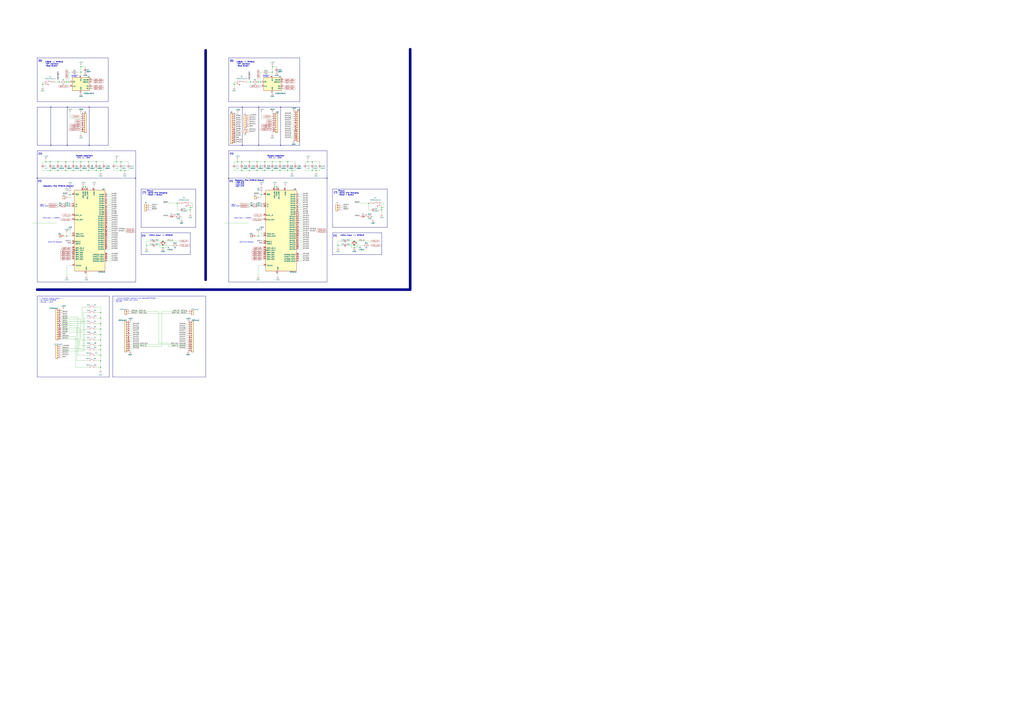
<source format=kicad_sch>
(kicad_sch (version 20230121) (generator eeschema)
  (paper "A0")
  (lib_symbols
    (symbol "Connector_Generic:Conn_01x01" (pin_names (offset 1.016) hide)
      (property "Reference" "J" (at 0 2.54 0))
      (property "Value" "Conn_01x01" (at 0 -2.54 0))
      (symbol "Conn_01x01_1_1"
        (pin passive line (at -5.08 0 0) (length 3.81) (name "Pin_1") (number "1"))
      )
    )
    (symbol "Connector_Generic:Conn_01x02" (pin_names (offset 1.016) hide)
      (property "Reference" "J" (at 0 2.54 0))
      (property "Value" "Conn_01x02" (at 0 -5.08 0))
      (symbol "Conn_01x02_1_1"
        (pin passive line (at -5.08 0 0) (length 3.81) (name "Pin_1") (number "1"))
        (pin passive line (at -5.08 -2.54 0) (length 3.81) (name "Pin_2") (number "2"))
      )
    )
    (symbol "Connector_Generic:Conn_01x03" (pin_names (offset 1.016) hide)
      (property "Reference" "J" (at 0 5.08 0))
      (property "Value" "Conn_01x03" (at 0 -5.08 0))
      (symbol "Conn_01x03_1_1"
        (pin passive line (at -5.08 2.54 0) (length 3.81) (name "Pin_1") (number "1"))
        (pin passive line (at -5.08 0 0) (length 3.81) (name "Pin_2") (number "2"))
        (pin passive line (at -5.08 -2.54 0) (length 3.81) (name "Pin_3") (number "3"))
      )
    )
    (symbol "Connector_Generic:Conn_01x06" (pin_names (offset 1.016) hide)
      (property "Reference" "J" (at 0 7.62 0))
      (property "Value" "Conn_01x06" (at 0 -10.16 0))
      (symbol "Conn_01x06_1_1"
        (pin passive line (at -5.08 5.08 0) (length 3.81) (name "Pin_1") (number "1"))
        (pin passive line (at -5.08 2.54 0) (length 3.81) (name "Pin_2") (number "2"))
        (pin passive line (at -5.08 0 0) (length 3.81) (name "Pin_3") (number "3"))
        (pin passive line (at -5.08 -2.54 0) (length 3.81) (name "Pin_4") (number "4"))
        (pin passive line (at -5.08 -5.08 0) (length 3.81) (name "Pin_5") (number "5"))
        (pin passive line (at -5.08 -7.62 0) (length 3.81) (name "Pin_6") (number "6"))
      )
    )
    (symbol "Connector_Generic:Conn_01x09" (pin_names (offset 1.016) hide)
      (property "Reference" "J" (at 0 12.7 0))
      (property "Value" "Conn_01x09" (at 0 -12.7 0))
      (symbol "Conn_01x09_1_1"
        (pin passive line (at -5.08 10.16 0) (length 3.81) (name "Pin_1") (number "1"))
        (pin passive line (at -5.08 7.62 0) (length 3.81) (name "Pin_2") (number "2"))
        (pin passive line (at -5.08 5.08 0) (length 3.81) (name "Pin_3") (number "3"))
        (pin passive line (at -5.08 2.54 0) (length 3.81) (name "Pin_4") (number "4"))
        (pin passive line (at -5.08 0 0) (length 3.81) (name "Pin_5") (number "5"))
        (pin passive line (at -5.08 -2.54 0) (length 3.81) (name "Pin_6") (number "6"))
        (pin passive line (at -5.08 -5.08 0) (length 3.81) (name "Pin_7") (number "7"))
        (pin passive line (at -5.08 -7.62 0) (length 3.81) (name "Pin_8") (number "8"))
        (pin passive line (at -5.08 -10.16 0) (length 3.81) (name "Pin_9") (number "9"))
      )
    )
    (symbol "Connector_Generic:Conn_01x14" (pin_names (offset 1.016) hide)
      (property "Reference" "J" (at 0 17.78 0))
      (property "Value" "Conn_01x14" (at 0 -20.32 0))
      (symbol "Conn_01x14_1_1"
        (pin passive line (at -5.08 15.24 0) (length 3.81) (name "Pin_1") (number "1"))
        (pin passive line (at -5.08 -7.62 0) (length 3.81) (name "Pin_10") (number "10"))
        (pin passive line (at -5.08 -10.16 0) (length 3.81) (name "Pin_11") (number "11"))
        (pin passive line (at -5.08 -12.7 0) (length 3.81) (name "Pin_12") (number "12"))
        (pin passive line (at -5.08 -15.24 0) (length 3.81) (name "Pin_13") (number "13"))
        (pin passive line (at -5.08 -17.78 0) (length 3.81) (name "Pin_14") (number "14"))
        (pin passive line (at -5.08 12.7 0) (length 3.81) (name "Pin_2") (number "2"))
        (pin passive line (at -5.08 10.16 0) (length 3.81) (name "Pin_3") (number "3"))
        (pin passive line (at -5.08 7.62 0) (length 3.81) (name "Pin_4") (number "4"))
        (pin passive line (at -5.08 5.08 0) (length 3.81) (name "Pin_5") (number "5"))
        (pin passive line (at -5.08 2.54 0) (length 3.81) (name "Pin_6") (number "6"))
        (pin passive line (at -5.08 0 0) (length 3.81) (name "Pin_7") (number "7"))
        (pin passive line (at -5.08 -2.54 0) (length 3.81) (name "Pin_8") (number "8"))
        (pin passive line (at -5.08 -5.08 0) (length 3.81) (name "Pin_9") (number "9"))
      )
    )
    (symbol "Device:C_Small" (pin_numbers hide) (pin_names (offset 0.254) hide)
      (property "Reference" "C" (at 0.254 1.778 0))
      (property "Value" "C_Small" (at 0.254 -2.032 0))
      (symbol "C_Small_1_1"
        (pin passive line (at 0 2.54 270) (length 2.032) (name "~") (number "1"))
        (pin passive line (at 0 -2.54 90) (length 2.032) (name "~") (number "2"))
      )
    )
    (symbol "Device:Crystal_GND24_Small" (pin_names (offset 1.016) hide)
      (property "Reference" "Y" (at 1.27 4.445 0))
      (property "Value" "Crystal_GND24_Small" (at 1.27 2.54 0))
      (symbol "Crystal_GND24_Small_1_1"
        (pin passive line (at -2.54 0 0) (length 1.27) (name "1") (number "1"))
        (pin passive line (at 0 -2.54 90) (length 0.635) (name "2") (number "2"))
        (pin passive line (at 2.54 0 180) (length 1.27) (name "3") (number "3"))
        (pin passive line (at 0 2.54 270) (length 0.635) (name "4") (number "4"))
      )
    )
    (symbol "Device:LED" (pin_numbers hide) (pin_names (offset 1.016) hide)
      (property "Reference" "D" (at 0 2.54 0))
      (property "Value" "LED" (at 0 -2.54 0))
      (symbol "LED_1_1"
        (pin passive line (at -3.81 0 0) (length 2.54) (name "K") (number "1"))
        (pin passive line (at 3.81 0 180) (length 2.54) (name "A") (number "2"))
      )
    )
    (symbol "Device:R_Small" (pin_numbers hide) (pin_names (offset 0.254) hide)
      (property "Reference" "R" (at 0.762 0.508 0))
      (property "Value" "R_Small" (at 0.762 -1.016 0))
      (symbol "R_Small_1_1"
        (pin passive line (at 0 2.54 270) (length 0.762) (name "~") (number "1"))
        (pin passive line (at 0 -2.54 90) (length 0.762) (name "~") (number "2"))
      )
    )
    (symbol "GND_1" (power) (pin_names (offset 0))
      (property "Value" "GND_1" (at 0 -3.81 0))
      (symbol "GND_1_1_1"
        (pin power_in line (at 0 0 270) (length 0) hide (name "GND") (number "1"))
      )
    )
    (symbol "KMR221GLFS:KMR221GLFS" (pin_names (offset 1.016))
      (property "Reference" "S?" (at 0.1905 6.35 0))
      (property "Value" "KMR221GLFS" (at 0.1905 3.81 0))
      (symbol "KMR221GLFS_0_0"
        (pin passive line (at -7.62 0 0) (length 5.08) (name "~") (number "1"))
        (pin passive line (at 7.62 0 180) (length 5.08) (name "~") (number "2"))
        (pin passive line (at 7.62 0 180) (length 5.08) hide (name "~") (number "3"))
        (pin passive line (at -7.62 0 0) (length 5.08) hide (name "~") (number "4"))
        (pin passive line (at 7.62 -2.54 180) (length 5.08) (name "~") (number "5"))
      )
    )
    (symbol "Sleep-lib:RP2040" (pin_names (offset 1.016))
      (property "Reference" "U18" (at 0 -50.8 0))
      (property "Value" "RP2040" (at 0 -53.34 0))
      (symbol "RP2040_1_1"
        (pin power_in line (at -5.08 50.8 270) (length 2.54) (name "IOVDD") (number "1"))
        (pin power_in line (at -5.08 50.8 270) (length 2.54) hide (name "IOVDD") (number "10"))
        (pin input line (at 20.32 22.86 180) (length 2.54) (name "GPIO8") (number "11"))
        (pin input line (at 20.32 20.32 180) (length 2.54) (name "GPIO9") (number "12"))
        (pin input line (at 20.32 17.78 180) (length 2.54) (name "GPIO10") (number "13"))
        (pin input line (at 20.32 15.24 180) (length 2.54) (name "GPIO11") (number "14"))
        (pin input line (at 20.32 12.7 180) (length 2.54) (name "GPIO12") (number "15"))
        (pin input line (at 20.32 10.16 180) (length 2.54) (name "GPIO13") (number "16"))
        (pin input line (at 20.32 7.62 180) (length 2.54) (name "GPIO14") (number "17"))
        (pin input line (at 20.32 5.08 180) (length 2.54) (name "GPIO15") (number "18"))
        (pin input line (at -20.32 -39.37 0) (length 2.54) (name "TESTEN") (number "19"))
        (pin input line (at 20.32 43.18 180) (length 2.54) (name "GPIO0") (number "2"))
        (pin input clock (at -20.32 19.05 0) (length 2.54) (name "XTAL_IN") (number "20"))
        (pin input clock (at -20.32 13.97 0) (length 2.54) (name "XTAL_OUT") (number "21"))
        (pin power_in line (at -5.08 50.8 270) (length 2.54) hide (name "IOVDD") (number "22"))
        (pin power_in line (at 5.08 50.8 270) (length 2.54) hide (name "DVDD") (number "23"))
        (pin input clock (at -20.32 -11.43 0) (length 2.54) (name "SWCLK") (number "24"))
        (pin bidirectional line (at -20.32 -13.97 0) (length 2.54) (name "SWDIO") (number "25"))
        (pin input line (at -20.32 43.18 0) (length 2.54) (name "~{RUN}") (number "26"))
        (pin input line (at 20.32 2.54 180) (length 2.54) (name "GPIO16") (number "27"))
        (pin input line (at 20.32 0 180) (length 2.54) (name "GPIO17") (number "28"))
        (pin input line (at 20.32 -2.54 180) (length 2.54) (name "GPIO18") (number "29"))
        (pin input line (at 20.32 40.64 180) (length 2.54) (name "GPIO1") (number "3"))
        (pin input line (at 20.32 -5.08 180) (length 2.54) (name "GPIO19") (number "30"))
        (pin input line (at 20.32 -7.62 180) (length 2.54) (name "GPIO20") (number "31"))
        (pin input line (at 20.32 -10.16 180) (length 2.54) (name "GPIO21") (number "32"))
        (pin power_in line (at -5.08 50.8 270) (length 2.54) hide (name "IOVDD") (number "33"))
        (pin input line (at 20.32 -12.7 180) (length 2.54) (name "GPIO22") (number "34"))
        (pin input line (at 20.32 -15.24 180) (length 2.54) (name "GPIO23") (number "35"))
        (pin input line (at 20.32 -17.78 180) (length 2.54) (name "GPIO24") (number "36"))
        (pin input line (at 20.32 -20.32 180) (length 2.54) (name "GPIO25") (number "37"))
        (pin input line (at 20.32 -26.67 180) (length 2.54) (name "GPIO26/ADC0") (number "38"))
        (pin input line (at 20.32 -29.21 180) (length 2.54) (name "GPIO27/ADC1") (number "39"))
        (pin input line (at 20.32 38.1 180) (length 2.54) (name "GPIO2") (number "4"))
        (pin input line (at 20.32 -31.75 180) (length 2.54) (name "GPIO28/ADC2") (number "40"))
        (pin input line (at 20.32 -34.29 180) (length 2.54) (name "GPIO29/ADC3") (number "41"))
        (pin power_in line (at -5.08 50.8 270) (length 2.54) hide (name "IOVDD") (number "42"))
        (pin power_in line (at -2.54 50.8 270) (length 2.54) (name "ADC_AVDD") (number "43"))
        (pin power_in line (at -20.32 -2.54 0) (length 2.54) (name "VREG_VIN") (number "44"))
        (pin power_out line (at -20.32 -5.08 0) (length 2.54) (name "VREG_VOUT") (number "45"))
        (pin bidirectional line (at -20.32 29.21 0) (length 2.54) (name "D-") (number "46"))
        (pin bidirectional line (at -20.32 31.75 0) (length 2.54) (name "D+") (number "47"))
        (pin power_in line (at -7.62 50.8 270) (length 2.54) (name "USB_VDD") (number "48"))
        (pin power_in line (at -5.08 50.8 270) (length 2.54) hide (name "IOVDD") (number "49"))
        (pin input line (at 20.32 35.56 180) (length 2.54) (name "GPIO3") (number "5"))
        (pin power_in line (at 5.08 50.8 270) (length 2.54) (name "DVDD") (number "50"))
        (pin bidirectional line (at -20.32 -31.75 0) (length 2.54) (name "QSPI_SD3") (number "51"))
        (pin input clock (at -20.32 -21.59 0) (length 2.54) (name "QSPI_SCLK") (number "52"))
        (pin bidirectional line (at -20.32 -24.13 0) (length 2.54) (name "QSPI_SD0") (number "53"))
        (pin bidirectional line (at -20.32 -29.21 0) (length 2.54) (name "QSPI_SD2") (number "54"))
        (pin bidirectional line (at -20.32 -26.67 0) (length 2.54) (name "QSPI_SD1") (number "55"))
        (pin bidirectional line (at -20.32 -19.05 0) (length 2.54) (name "QSPI_SS_N") (number "56"))
        (pin power_in line (at -3.81 -48.26 90) (length 2.54) (name "GND") (number "57"))
        (pin input line (at 20.32 33.02 180) (length 2.54) (name "GPIO4") (number "6"))
        (pin input line (at 20.32 30.48 180) (length 2.54) (name "GPIO5") (number "7"))
        (pin input line (at 20.32 27.94 180) (length 2.54) (name "GPIO6") (number "8"))
        (pin input line (at 20.32 25.4 180) (length 2.54) (name "GPIO7") (number "9"))
      )
    )
    (symbol "Switch:SW_Push" (pin_numbers hide) (pin_names (offset 1.016) hide)
      (property "Reference" "SW" (at 1.27 2.54 0))
      (property "Value" "SW_Push" (at 0 -1.524 0))
      (symbol "SW_Push_0_1"
        (pin passive line (at -5.08 0 0) (length 2.54) (name "1") (number "1"))
        (pin passive line (at 5.08 0 180) (length 2.54) (name "2") (number "2"))
      )
    )
    (symbol "power:+1V1" (power) (pin_names (offset 0))
      (property "Value" "+1V1" (at 0 3.556 0))
      (symbol "+1V1_1_1"
        (pin power_in line (at 0 0 90) (length 0) hide (name "+1V1") (number "1"))
      )
    )
    (symbol "power:+3V3" (power) (pin_names (offset 0))
      (property "Value" "+3V3" (at 0 3.556 0))
      (symbol "+3V3_1_1"
        (pin power_in line (at 0 0 90) (length 0) hide (name "+3V3") (number "1"))
      )
    )
    (symbol "power:GND" (power) (pin_names (offset 0))
      (property "Value" "GND" (at 0 -3.81 0))
      (symbol "GND_1_1"
        (pin power_in line (at 0 0 270) (length 0) hide (name "GND") (number "1"))
      )
    )
    (symbol "power:VBUS" (power) (pin_names (offset 0))
      (property "Value" "VBUS" (at 0 3.81 0))
      (symbol "VBUS_1_1"
        (pin power_in line (at 0 0 90) (length 0) hide (name "VBUS") (number "1"))
      )
    )
    (symbol "w25q128jvs:W25Q128JVS"
      (property "Reference" "U" (at -8.89 8.89 0))
      (property "Value" "W25Q128JVS" (at 7.62 8.89 0))
      (symbol "W25Q128JVS_1_1"
        (pin input line (at -12.7 2.54 0) (length 2.54) (name "~{CS}") (number "1"))
        (pin bidirectional line (at 12.7 2.54 180) (length 2.54) (name "DO(IO1)") (number "2"))
        (pin bidirectional line (at 12.7 -2.54 180) (length 2.54) (name "IO2") (number "3"))
        (pin power_in line (at 0 -10.16 90) (length 2.54) (name "GND") (number "4"))
        (pin bidirectional line (at 12.7 5.08 180) (length 2.54) (name "DI(IO0)") (number "5"))
        (pin input line (at -12.7 -2.54 0) (length 2.54) (name "CLK") (number "6"))
        (pin bidirectional line (at 12.7 -5.08 180) (length 2.54) (name "IO3") (number "7"))
        (pin power_in line (at 0 10.16 270) (length 2.54) (name "VCC") (number "8"))
      )
    )
  )
  (junction (at 339.09 198.12))
  (junction (at 318.77 217.17))
  (junction (at 81.28 226.06))
  (junction (at 140.335 198.12))
  (junction (at 80.01 95.25))
  (junction (at 316.23 83.82))
  (junction (at 144.78 198.12))
  (junction (at 290.83 95.25))
  (junction (at 99.06 217.17))
  (junction (at 93.98 77.47))
  (junction (at 102.87 187.96))
  (junction (at 67.31 187.96))
  (junction (at 102.87 198.12))
  (junction (at 289.56 198.12))
  (junction (at 157.48 207.01))
  (junction (at 49.53 97.79))
  (junction (at 427.99 236.22))
  (junction (at 85.09 198.12))
  (junction (at 77.47 95.25))
  (junction (at 316.23 77.47))
  (junction (at 189.23 285.115))
  (junction (at 220.98 243.84))
  (junction (at 111.76 198.12))
  (junction (at 325.755 168.91))
  (junction (at 298.45 187.96))
  (junction (at 43.18 207.01))
  (junction (at 325.12 198.12))
  (junction (at 116.84 426.72))
  (junction (at 93.98 83.82))
  (junction (at 116.84 388.62))
  (junction (at 411.48 287.655))
  (junction (at 321.31 217.17))
  (junction (at 220.98 241.3))
  (junction (at 135.255 187.96))
  (junction (at 443.23 243.84))
  (junction (at 316.23 198.12))
  (junction (at 300.355 124.46))
  (junction (at 116.84 369.57))
  (junction (at 299.72 274.32))
  (junction (at 302.26 95.25))
  (junction (at 411.48 280.035))
  (junction (at 116.84 363.22))
  (junction (at 76.2 198.12))
  (junction (at 85.09 187.96))
  (junction (at 357.505 187.96))
  (junction (at 300.355 168.91))
  (junction (at 298.45 198.12))
  (junction (at 334.01 187.96))
  (junction (at 367.03 198.12))
  (junction (at 67.31 198.12))
  (junction (at 58.42 187.96))
  (junction (at 116.84 406.4))
  (junction (at 205.74 236.22))
  (junction (at 362.585 198.12))
  (junction (at 116.84 412.75))
  (junction (at 59.055 168.91))
  (junction (at 116.84 401.32))
  (junction (at 325.12 187.96))
  (junction (at 281.305 124.46))
  (junction (at 280.67 198.12))
  (junction (at 275.59 187.96))
  (junction (at 116.84 375.92))
  (junction (at 116.84 394.97))
  (junction (at 53.34 187.96))
  (junction (at 271.78 97.79))
  (junction (at 325.755 124.46))
  (junction (at 116.84 419.1))
  (junction (at 140.335 187.96))
  (junction (at 93.98 198.12))
  (junction (at 58.42 198.12))
  (junction (at 116.84 198.12))
  (junction (at 78.105 168.91))
  (junction (at 116.84 382.27))
  (junction (at 281.305 168.91))
  (junction (at 111.76 187.96))
  (junction (at 189.23 280.035))
  (junction (at 280.67 187.96))
  (junction (at 362.585 187.96))
  (junction (at 307.34 198.12))
  (junction (at 303.53 226.06))
  (junction (at 316.23 187.96))
  (junction (at 170.18 285.115))
  (junction (at 307.34 187.96))
  (junction (at 103.505 168.91))
  (junction (at 392.43 285.115))
  (junction (at 299.72 95.25))
  (junction (at 76.2 187.96))
  (junction (at 189.23 287.655))
  (junction (at 411.48 285.115))
  (junction (at 59.055 124.46))
  (junction (at 68.58 95.25))
  (junction (at 265.43 207.01))
  (junction (at 103.505 124.46))
  (junction (at 379.73 207.01))
  (junction (at 289.56 187.96))
  (junction (at 93.98 187.96))
  (junction (at 443.23 241.3))
  (junction (at 78.105 124.46))
  (junction (at 77.47 274.32))
  (junction (at 334.01 198.12))
  (junction (at 96.52 217.17))
  (wire (pts (xy 81.28 137.795) (xy 93.98 137.795)))
  (wire (pts (xy 321.31 78.74) (xy 321.31 77.47)))
  (wire (pts (xy 124.46 251.46) (xy 129.54 251.46)))
  (wire (pts (xy 297.18 274.32) (xy 299.72 274.32)))
  (wire (pts (xy 184.15 398.78) (xy 195.58 398.78)))
  (wire (pts (xy 124.46 226.06) (xy 129.54 226.06)))
  (wire (pts (xy 415.29 282.575) (xy 415.29 287.655)))
  (wire (pts (xy 100.33 321.31) (xy 100.33 317.5)))
  (wire (pts (xy 151.13 407.67) (xy 151.13 408.305)))
  (wire (pts (xy 318.77 215.9) (xy 318.77 217.17)))
  (wire (pts (xy 346.71 226.06) (xy 351.79 226.06)))
  (wire (pts (xy 215.265 382.27) (xy 218.44 382.27)))
  (bus (pts (xy 265.43 207.01) (xy 265.43 327.66)))
  (wire (pts (xy 339.09 198.12) (xy 339.09 200.66)))
  (wire (pts (xy 140.335 187.96) (xy 140.335 190.5)))
  (wire (pts (xy 337.82 147.955) (xy 340.995 147.955)))
  (wire (pts (xy 102.87 198.12) (xy 111.76 198.12)))
  (bus (pts (xy 163.83 270.51) (xy 220.98 270.51)))
  (wire (pts (xy 82.55 293.37) (xy 83.82 293.37)))
  (bus (pts (xy 78.105 124.46) (xy 78.105 168.91)))
  (wire (pts (xy 88.9 419.1) (xy 88.9 378.46)))
  (bus (pts (xy 157.48 327.66) (xy 157.48 207.01)))
  (wire (pts (xy 371.475 187.96) (xy 362.585 187.96)))
  (wire (pts (xy 340.995 163.195) (xy 340.995 163.83)))
  (wire (pts (xy 96.52 215.9) (xy 96.52 217.17)))
  (bus (pts (xy 43.18 438.15) (xy 43.18 344.17)))
  (wire (pts (xy 116.84 406.4) (xy 116.84 412.75)))
  (wire (pts (xy 280.67 195.58) (xy 280.67 198.12)))
  (wire (pts (xy 82.55 300.99) (xy 83.82 300.99)))
  (wire (pts (xy 116.84 412.75) (xy 116.84 419.1)))
  (wire (pts (xy 99.06 382.27) (xy 99.06 383.54)))
  (bus (pts (xy 379.73 207.01) (xy 265.43 207.01)))
  (wire (pts (xy 154.305 387.35) (xy 151.13 387.35)))
  (wire (pts (xy 354.33 190.5) (xy 354.33 187.96)))
  (wire (pts (xy 111.76 401.32) (xy 116.84 401.32)))
  (wire (pts (xy 346.71 246.38) (xy 351.79 246.38)))
  (bus (pts (xy 347.98 118.11) (xy 347.98 67.31)))
  (wire (pts (xy 334.01 187.96) (xy 342.9 187.96)))
  (wire (pts (xy 82.55 255.27) (xy 83.82 255.27)))
  (wire (pts (xy 71.12 405.13) (xy 96.52 405.13)))
  (bus (pts (xy 449.58 264.16) (xy 386.08 264.16)))
  (bus (pts (xy 300.355 168.91) (xy 325.755 168.91)))
  (bus (pts (xy 325.755 124.46) (xy 347.98 124.46)))
  (wire (pts (xy 154.305 384.81) (xy 151.13 384.81)))
  (wire (pts (xy 135.255 187.96) (xy 140.335 187.96)))
  (bus (pts (xy 325.755 124.46) (xy 325.755 168.91)))
  (wire (pts (xy 289.56 240.03) (xy 293.37 240.03)))
  (wire (pts (xy 407.67 282.575) (xy 407.67 287.655)))
  (wire (pts (xy 77.47 91.44) (xy 77.47 95.25)))
  (wire (pts (xy 271.78 97.79) (xy 273.05 97.79)))
  (bus (pts (xy 103.505 124.46) (xy 125.73 124.46)))
  (bus (pts (xy 157.48 175.26) (xy 157.48 207.01)))
  (wire (pts (xy 170.18 285.115) (xy 170.18 288.29)))
  (wire (pts (xy 116.84 198.12) (xy 120.65 198.12)))
  (bus (pts (xy 265.43 67.31) (xy 265.43 118.11)))
  (wire (pts (xy 87.63 426.72) (xy 87.63 391.16)))
  (wire (pts (xy 337.82 155.575) (xy 340.995 155.575)))
  (wire (pts (xy 302.26 95.25) (xy 303.53 95.25)))
  (wire (pts (xy 124.46 233.68) (xy 129.54 233.68)))
  (bus (pts (xy 220.98 295.91) (xy 163.83 295.91)))
  (wire (pts (xy 93.98 132.715) (xy 93.98 130.81)))
  (bus (pts (xy 78.105 168.91) (xy 103.505 168.91)))
  (wire (pts (xy 280.67 198.12) (xy 289.56 198.12)))
  (wire (pts (xy 337.82 137.795) (xy 340.995 137.795)))
  (wire (pts (xy 111.76 195.58) (xy 111.76 198.12)))
  (wire (pts (xy 154.305 392.43) (xy 151.13 392.43)))
  (bus (pts (xy 59.055 124.46) (xy 78.105 124.46)))
  (wire (pts (xy 322.58 321.31) (xy 322.58 317.5)))
  (wire (pts (xy 271.78 95.25) (xy 271.78 97.79)))
  (wire (pts (xy 398.145 280.035) (xy 392.43 280.035)))
  (wire (pts (xy 298.45 187.96) (xy 298.45 190.5)))
  (wire (pts (xy 314.96 135.255) (xy 316.23 135.255)))
  (wire (pts (xy 351.79 289.56) (xy 346.71 289.56)))
  (wire (pts (xy 67.31 198.12) (xy 76.2 198.12)))
  (wire (pts (xy 99.06 375.92) (xy 99.06 373.38)))
  (wire (pts (xy 271.78 198.12) (xy 280.67 198.12)))
  (wire (pts (xy 82.55 250.19) (xy 83.82 250.19)))
  (wire (pts (xy 124.46 228.6) (xy 129.54 228.6)))
  (wire (pts (xy 403.225 280.035) (xy 411.48 280.035)))
  (wire (pts (xy 77.47 308.61) (xy 77.47 321.31)))
  (wire (pts (xy 346.71 241.3) (xy 351.79 241.3)))
  (wire (pts (xy 445.77 236.22) (xy 445.77 241.3)))
  (wire (pts (xy 299.72 308.61) (xy 299.72 321.31)))
  (wire (pts (xy 95.25 375.92) (xy 95.25 356.87)))
  (wire (pts (xy 124.46 269.24) (xy 129.54 269.24)))
  (wire (pts (xy 354.33 198.12) (xy 362.585 198.12)))
  (wire (pts (xy 124.46 254) (xy 129.54 254)))
  (wire (pts (xy 362.585 187.96) (xy 362.585 190.5)))
  (wire (pts (xy 316.23 187.96) (xy 325.12 187.96)))
  (bus (pts (xy 43.18 67.31) (xy 43.18 118.11)))
  (wire (pts (xy 443.23 241.3) (xy 443.23 243.84)))
  (wire (pts (xy 144.78 266.7) (xy 146.05 266.7)))
  (bus (pts (xy 43.18 118.11) (xy 125.73 118.11)))
  (wire (pts (xy 101.6 426.72) (xy 87.63 426.72)))
  (wire (pts (xy 280.67 187.96) (xy 289.56 187.96)))
  (wire (pts (xy 111.76 187.96) (xy 120.65 187.96)))
  (bus (pts (xy 281.305 168.91) (xy 300.355 168.91)))
  (wire (pts (xy 132.08 190.5) (xy 132.08 187.96)))
  (wire (pts (xy 149.225 187.96) (xy 140.335 187.96)))
  (wire (pts (xy 299.72 274.32) (xy 306.07 274.32)))
  (wire (pts (xy 354.33 187.96) (xy 357.505 187.96)))
  (wire (pts (xy 210.82 251.46) (xy 210.82 255.27)))
  (wire (pts (xy 99.06 375.92) (xy 101.6 375.92)))
  (wire (pts (xy 189.23 288.29) (xy 189.23 287.655)))
  (wire (pts (xy 346.71 261.62) (xy 351.79 261.62)))
  (wire (pts (xy 53.34 187.96) (xy 58.42 187.96)))
  (wire (pts (xy 176.53 243.84) (xy 173.99 243.84)))
  (wire (pts (xy 120.65 198.12) (xy 120.65 195.58)))
  (wire (pts (xy 325.12 198.12) (xy 334.01 198.12)))
  (wire (pts (xy 111.76 426.72) (xy 116.84 426.72)))
  (wire (pts (xy 184.15 361.95) (xy 184.15 398.78)))
  (wire (pts (xy 215.265 397.51) (xy 218.44 397.51)))
  (wire (pts (xy 99.06 78.74) (xy 99.06 77.47)))
  (wire (pts (xy 189.23 280.035) (xy 208.28 280.035)))
  (wire (pts (xy 271.78 190.5) (xy 271.78 187.96)))
  (wire (pts (xy 76.2 187.96) (xy 76.2 190.5)))
  (wire (pts (xy 151.13 361.95) (xy 184.15 361.95)))
  (wire (pts (xy 102.87 195.58) (xy 102.87 198.12)))
  (wire (pts (xy 78.74 226.06) (xy 81.28 226.06)))
  (wire (pts (xy 303.53 271.78) (xy 306.07 271.78)))
  (bus (pts (xy 265.43 124.46) (xy 265.43 168.91)))
  (wire (pts (xy 346.71 228.6) (xy 351.79 228.6)))
  (bus (pts (xy 43.18 67.31) (xy 125.73 67.31)))
  (wire (pts (xy 49.53 198.12) (xy 58.42 198.12)))
  (wire (pts (xy 346.71 233.68) (xy 351.79 233.68)))
  (wire (pts (xy 323.85 217.17) (xy 323.85 218.44)))
  (wire (pts (xy 124.46 271.78) (xy 129.54 271.78)))
  (wire (pts (xy 81.28 267.97) (xy 81.28 271.78)))
  (wire (pts (xy 170.18 285.115) (xy 175.895 285.115)))
  (wire (pts (xy 49.53 97.79) (xy 50.8 97.79)))
  (wire (pts (xy 111.76 356.87) (xy 116.84 356.87)))
  (wire (pts (xy 67.31 195.58) (xy 67.31 198.12)))
  (wire (pts (xy 445.77 241.3) (xy 443.23 241.3)))
  (wire (pts (xy 82.55 298.45) (xy 83.82 298.45)))
  (wire (pts (xy 93.98 187.96) (xy 93.98 190.5)))
  (wire (pts (xy 49.53 95.25) (xy 49.53 97.79)))
  (wire (pts (xy 93.98 394.97) (xy 93.98 370.84)))
  (wire (pts (xy 71.12 360.68) (xy 73.66 360.68)))
  (wire (pts (xy 151.13 400.05) (xy 218.44 400.05)))
  (wire (pts (xy 302.26 83.82) (xy 306.07 83.82)))
  (bus (pts (xy 43.18 438.15) (xy 127 438.15)))
  (wire (pts (xy 76.2 195.58) (xy 76.2 198.12)))
  (wire (pts (xy 215.265 394.97) (xy 218.44 394.97)))
  (wire (pts (xy 49.53 187.96) (xy 53.34 187.96)))
  (wire (pts (xy 351.79 284.48) (xy 346.71 284.48)))
  (wire (pts (xy 337.82 150.495) (xy 340.995 150.495)))
  (wire (pts (xy 111.76 198.12) (xy 116.84 198.12)))
  (wire (pts (xy 398.78 243.84) (xy 396.24 243.84)))
  (wire (pts (xy 116.84 426.72) (xy 116.84 430.53)))
  (wire (pts (xy 72.39 388.62) (xy 71.12 388.62)))
  (wire (pts (xy 107.95 92.71) (xy 106.68 92.71)))
  (wire (pts (xy 271.78 195.58) (xy 271.78 198.12)))
  (wire (pts (xy 132.08 195.58) (xy 132.08 198.12)))
  (wire (pts (xy 154.305 379.73) (xy 151.13 379.73)))
  (bus (pts (xy 265.43 67.31) (xy 347.98 67.31)))
  (wire (pts (xy 111.76 363.22) (xy 116.84 363.22)))
  (wire (pts (xy 129.54 298.45) (xy 124.46 298.45)))
  (wire (pts (xy 303.53 137.795) (xy 303.53 130.81)))
  (wire (pts (xy 205.74 236.22) (xy 205.74 243.84)))
  (wire (pts (xy 82.55 280.67) (xy 83.82 280.67)))
  (wire (pts (xy 77.47 95.25) (xy 80.01 95.25)))
  (wire (pts (xy 357.505 185.42) (xy 357.505 187.96)))
  (wire (pts (xy 321.31 217.17) (xy 323.85 217.17)))
  (wire (pts (xy 371.475 195.58) (xy 371.475 198.12)))
  (wire (pts (xy 129.54 303.53) (xy 124.46 303.53)))
  (wire (pts (xy 316.23 195.58) (xy 316.23 198.12)))
  (wire (pts (xy 71.12 378.46) (xy 88.9 378.46)))
  (wire (pts (xy 129.54 300.99) (xy 124.46 300.99)))
  (wire (pts (xy 99.06 217.17) (xy 99.06 218.44)))
  (wire (pts (xy 111.76 369.57) (xy 116.84 369.57)))
  (wire (pts (xy 215.265 387.35) (xy 218.44 387.35)))
  (wire (pts (xy 304.8 298.45) (xy 306.07 298.45)))
  (wire (pts (xy 76.2 95.25) (xy 77.47 95.25)))
  (bus (pts (xy 163.83 219.71) (xy 227.33 219.71)))
  (wire (pts (xy 398.78 238.76) (xy 396.24 238.76)))
  (wire (pts (xy 120.65 187.96) (xy 120.65 190.5)))
  (wire (pts (xy 111.76 388.62) (xy 116.84 388.62)))
  (bus (pts (xy 43.18 124.46) (xy 43.18 168.91)))
  (bus (pts (xy 127 344.17) (xy 127 438.15)))
  (bus (pts (xy 386.08 219.71) (xy 386.08 264.16)))
  (wire (pts (xy 71.12 393.7) (xy 91.44 393.7)))
  (wire (pts (xy 362.585 198.12) (xy 367.03 198.12)))
  (wire (pts (xy 124.46 246.38) (xy 129.54 246.38)))
  (wire (pts (xy 111.76 382.27) (xy 116.84 382.27)))
  (wire (pts (xy 93.98 153.035) (xy 93.98 156.21)))
  (wire (pts (xy 330.2 102.87) (xy 328.93 102.87)))
  (wire (pts (xy 96.52 363.22) (xy 101.6 363.22)))
  (bus (pts (xy 386.08 295.91) (xy 386.08 270.51)))
  (wire (pts (xy 316.23 153.035) (xy 316.23 156.21)))
  (wire (pts (xy 129.54 287.02) (xy 124.46 287.02)))
  (wire (pts (xy 96.52 388.62) (xy 96.52 405.13)))
  (wire (pts (xy 342.9 187.96) (xy 342.9 190.5)))
  (wire (pts (xy 306.07 308.61) (xy 299.72 308.61)))
  (wire (pts (xy 337.82 135.255) (xy 340.995 135.255)))
  (wire (pts (xy 116.84 419.1) (xy 116.84 426.72)))
  (wire (pts (xy 215.265 389.89) (xy 218.44 389.89)))
  (wire (pts (xy 218.44 407.67) (xy 218.44 408.305)))
  (wire (pts (xy 180.975 285.115) (xy 189.23 285.115)))
  (wire (pts (xy 124.46 238.76) (xy 129.54 238.76)))
  (wire (pts (xy 392.43 280.035) (xy 392.43 285.115)))
  (wire (pts (xy 302.26 83.82) (xy 302.26 95.25)))
  (bus (pts (xy 476.25 57.15) (xy 476.25 336.55)) (stroke (width 3)))
  (wire (pts (xy 357.505 187.96) (xy 362.585 187.96)))
  (wire (pts (xy 303.53 267.97) (xy 303.53 271.78)))
  (wire (pts (xy 67.31 187.96) (xy 67.31 190.5)))
  (wire (pts (xy 154.305 389.89) (xy 151.13 389.89)))
  (wire (pts (xy 144.78 269.24) (xy 146.05 269.24)))
  (wire (pts (xy 93.98 76.2) (xy 93.98 77.47)))
  (wire (pts (xy 351.79 300.99) (xy 346.71 300.99)))
  (wire (pts (xy 81.28 215.9) (xy 81.28 217.17)))
  (bus (pts (xy 300.355 124.46) (xy 300.355 168.91)))
  (wire (pts (xy 81.28 222.25) (xy 81.28 226.06)))
  (wire (pts (xy 431.8 251.46) (xy 433.07 251.46)))
  (wire (pts (xy 220.98 236.22) (xy 223.52 236.22)))
  (wire (pts (xy 101.6 217.17) (xy 101.6 218.44)))
  (bus (pts (xy 265.43 124.46) (xy 281.305 124.46)))
  (wire (pts (xy 298.45 95.25) (xy 299.72 95.25)))
  (wire (pts (xy 300.99 226.06) (xy 303.53 226.06)))
  (wire (pts (xy 346.71 231.14) (xy 351.79 231.14)))
  (wire (pts (xy 71.12 370.84) (xy 93.98 370.84)))
  (wire (pts (xy 392.43 285.115) (xy 392.43 288.29)))
  (bus (pts (xy 163.83 295.91) (xy 163.83 270.51)))
  (wire (pts (xy 187.96 361.95) (xy 187.96 402.59)))
  (wire (pts (xy 337.82 140.335) (xy 340.995 140.335)))
  (wire (pts (xy 392.43 285.115) (xy 398.145 285.115)))
  (wire (pts (xy 316.23 198.12) (xy 325.12 198.12)))
  (wire (pts (xy 318.77 217.17) (xy 318.77 218.44)))
  (wire (pts (xy 427.99 236.22) (xy 427.99 243.84)))
  (wire (pts (xy 193.04 282.575) (xy 191.77 282.575)))
  (wire (pts (xy 101.6 406.4) (xy 91.44 406.4)))
  (bus (pts (xy 281.305 168.91) (xy 265.43 168.91)))
  (wire (pts (xy 193.04 287.655) (xy 189.23 287.655)))
  (wire (pts (xy 77.47 270.51) (xy 77.47 274.32)))
  (wire (pts (xy 154.305 394.97) (xy 151.13 394.97)))
  (bus (pts (xy 347.98 124.46) (xy 347.98 168.91)))
  (wire (pts (xy 218.44 405.13) (xy 215.265 405.13)))
  (bus (pts (xy 281.305 124.46) (xy 300.355 124.46)))
  (wire (pts (xy 330.2 100.33) (xy 328.93 100.33)))
  (wire (pts (xy 321.31 77.47) (xy 316.23 77.47)))
  (wire (pts (xy 337.82 132.715) (xy 340.995 132.715)))
  (wire (pts (xy 205.74 285.115) (xy 208.28 285.115)))
  (wire (pts (xy 346.71 254) (xy 351.79 254)))
  (wire (pts (xy 351.79 279.4) (xy 346.71 279.4)))
  (wire (pts (xy 101.6 369.57) (xy 97.79 369.57)))
  (wire (pts (xy 93.98 195.58) (xy 93.98 198.12)))
  (wire (pts (xy 223.52 241.3) (xy 220.98 241.3)))
  (wire (pts (xy 443.23 236.22) (xy 445.77 236.22)))
  (wire (pts (xy 280.67 187.96) (xy 280.67 190.5)))
  (bus (pts (xy 125.73 124.46) (xy 125.73 168.91)))
  (wire (pts (xy 151.13 374.015) (xy 151.13 374.65)))
  (wire (pts (xy 325.12 187.96) (xy 325.12 190.5)))
  (wire (pts (xy 298.45 187.96) (xy 307.34 187.96)))
  (wire (pts (xy 346.71 259.08) (xy 351.79 259.08)))
  (wire (pts (xy 124.46 256.54) (xy 129.54 256.54)))
  (wire (pts (xy 271.78 97.79) (xy 271.78 101.6)))
  (wire (pts (xy 346.71 274.32) (xy 351.79 274.32)))
  (wire (pts (xy 82.55 288.29) (xy 83.82 288.29)))
  (wire (pts (xy 275.59 187.96) (xy 280.67 187.96)))
  (wire (pts (xy 68.58 95.25) (xy 71.12 95.25)))
  (wire (pts (xy 85.09 195.58) (xy 85.09 198.12)))
  (bus (pts (xy 103.505 124.46) (xy 103.505 168.91)))
  (wire (pts (xy 71.12 375.92) (xy 95.25 375.92)))
  (bus (pts (xy 379.73 327.66) (xy 379.73 207.01)))
  (wire (pts (xy 331.47 215.9) (xy 331.47 218.44)))
  (bus (pts (xy 379.73 175.26) (xy 265.43 175.26)))
  (bus (pts (xy 443.23 295.91) (xy 386.08 295.91)))
  (wire (pts (xy 351.79 298.45) (xy 346.71 298.45)))
  (wire (pts (xy 303.53 226.06) (xy 306.07 226.06)))
  (wire (pts (xy 72.39 363.22) (xy 71.12 363.22)))
  (bus (pts (xy 347.98 168.91) (xy 325.755 168.91)))
  (wire (pts (xy 82.55 295.91) (xy 83.82 295.91)))
  (wire (pts (xy 154.305 377.19) (xy 151.13 377.19)))
  (wire (pts (xy 307.34 187.96) (xy 307.34 190.5)))
  (wire (pts (xy 316.23 83.82) (xy 316.23 87.63)))
  (wire (pts (xy 85.09 198.12) (xy 93.98 198.12)))
  (wire (pts (xy 116.84 388.62) (xy 116.84 394.97)))
  (wire (pts (xy 340.995 158.115) (xy 337.82 158.115)))
  (wire (pts (xy 72.39 412.75) (xy 71.12 412.75)))
  (wire (pts (xy 433.07 251.46) (xy 433.07 255.27)))
  (wire (pts (xy 185.42 282.575) (xy 185.42 287.655)))
  (bus (pts (xy 125.73 168.91) (xy 103.505 168.91)))
  (wire (pts (xy 311.15 83.82) (xy 316.23 83.82)))
  (bus (pts (xy 59.055 124.46) (xy 59.055 168.91)))
  (bus (pts (xy 238.76 438.15) (xy 238.76 344.17)))
  (wire (pts (xy 124.46 243.84) (xy 129.54 243.84)))
  (wire (pts (xy 79.375 229.87) (xy 81.28 229.87)))
  (wire (pts (xy 93.98 198.12) (xy 102.87 198.12)))
  (wire (pts (xy 351.79 295.91) (xy 346.71 295.91)))
  (wire (pts (xy 290.83 92.71) (xy 290.83 95.25)))
  (wire (pts (xy 276.225 132.715) (xy 273.685 132.715)))
  (wire (pts (xy 49.53 195.58) (xy 49.53 198.12)))
  (wire (pts (xy 316.23 77.47) (xy 316.23 83.82)))
  (wire (pts (xy 71.12 383.54) (xy 99.06 383.54)))
  (wire (pts (xy 223.52 236.22) (xy 223.52 241.3)))
  (wire (pts (xy 82.55 290.83) (xy 83.82 290.83)))
  (wire (pts (xy 220.98 241.3) (xy 220.98 243.84)))
  (wire (pts (xy 316.23 187.96) (xy 316.23 190.5)))
  (wire (pts (xy 415.29 282.575) (xy 414.02 282.575)))
  (wire (pts (xy 124.46 241.3) (xy 129.54 241.3)))
  (wire (pts (xy 67.31 240.03) (xy 71.12 240.03)))
  (wire (pts (xy 185.42 282.575) (xy 186.69 282.575)))
  (wire (pts (xy 124.46 259.08) (xy 129.54 259.08)))
  (wire (pts (xy 91.44 406.4) (xy 91.44 393.7)))
  (wire (pts (xy 151.13 405.13) (xy 154.305 405.13)))
  (wire (pts (xy 180.975 280.035) (xy 189.23 280.035)))
  (bus (pts (xy 43.18 175.26) (xy 43.18 207.01)))
  (wire (pts (xy 58.42 187.96) (xy 58.42 190.5)))
  (wire (pts (xy 290.83 95.25) (xy 293.37 95.25)))
  (wire (pts (xy 195.58 398.78) (xy 195.58 402.59)))
  (wire (pts (xy 303.53 229.87) (xy 303.53 226.06)))
  (wire (pts (xy 334.01 195.58) (xy 334.01 198.12)))
  (wire (pts (xy 337.82 145.415) (xy 340.995 145.415)))
  (wire (pts (xy 129.54 295.91) (xy 124.46 295.91)))
  (wire (pts (xy 67.31 187.96) (xy 76.2 187.96)))
  (wire (pts (xy 411.48 288.29) (xy 411.48 287.655)))
  (wire (pts (xy 346.71 256.54) (xy 351.79 256.54)))
  (wire (pts (xy 101.6 394.97) (xy 93.98 394.97)))
  (wire (pts (xy 346.71 251.46) (xy 351.79 251.46)))
  (wire (pts (xy 220.98 243.84) (xy 220.98 248.92)))
  (wire (pts (xy 101.6 388.62) (xy 96.52 388.62)))
  (wire (pts (xy 346.71 243.84) (xy 351.79 243.84)))
  (wire (pts (xy 101.6 412.75) (xy 90.17 412.75)))
  (wire (pts (xy 107.95 100.33) (xy 106.68 100.33)))
  (wire (pts (xy 93.98 77.47) (xy 93.98 83.82)))
  (wire (pts (xy 304.8 300.99) (xy 306.07 300.99)))
  (bus (pts (xy 43.18 344.17) (xy 127 344.17)))
  (bus (pts (xy 59.055 168.91) (xy 43.18 168.91)))
  (wire (pts (xy 81.28 137.795) (xy 81.28 130.81)))
  (wire (pts (xy 325.12 195.58) (xy 325.12 198.12)))
  (wire (pts (xy 101.6 401.32) (xy 92.71 401.32)))
  (wire (pts (xy 354.33 195.58) (xy 354.33 198.12)))
  (wire (pts (xy 276.225 131.445) (xy 276.225 132.715)))
  (wire (pts (xy 140.335 198.12) (xy 144.78 198.12)))
  (wire (pts (xy 99.06 77.47) (xy 93.98 77.47)))
  (wire (pts (xy 58.42 187.96) (xy 67.31 187.96)))
  (wire (pts (xy 176.53 241.3) (xy 173.99 241.3)))
  (wire (pts (xy 193.04 282.575) (xy 193.04 287.655)))
  (bus (pts (xy 43.18 124.46) (xy 59.055 124.46)))
  (wire (pts (xy 67.31 237.49) (xy 71.12 237.49)))
  (wire (pts (xy 185.42 287.655) (xy 189.23 287.655)))
  (wire (pts (xy 289.56 187.96) (xy 298.45 187.96)))
  (wire (pts (xy 71.12 391.16) (xy 87.63 391.16)))
  (wire (pts (xy 298.45 198.12) (xy 307.34 198.12)))
  (wire (pts (xy 403.225 285.115) (xy 411.48 285.115)))
  (wire (pts (xy 275.59 185.42) (xy 275.59 187.96)))
  (wire (pts (xy 107.95 95.25) (xy 106.68 95.25)))
  (wire (pts (xy 116.84 363.22) (xy 116.84 369.57)))
  (bus (pts (xy 130.81 438.15) (xy 238.76 438.15)))
  (bus (pts (xy 300.355 124.46) (xy 325.755 124.46)))
  (wire (pts (xy 175.895 280.035) (xy 170.18 280.035)))
  (wire (pts (xy 76.2 187.96) (xy 85.09 187.96)))
  (wire (pts (xy 334.01 198.12) (xy 339.09 198.12)))
  (wire (pts (xy 80.01 100.33) (xy 81.28 100.33)))
  (wire (pts (xy 101.6 382.27) (xy 99.06 382.27)))
  (wire (pts (xy 340.995 160.655) (xy 337.82 160.655)))
  (wire (pts (xy 80.01 83.82) (xy 80.01 95.25)))
  (wire (pts (xy 154.305 397.51) (xy 151.13 397.51)))
  (wire (pts (xy 58.42 195.58) (xy 58.42 198.12)))
  (wire (pts (xy 111.76 187.96) (xy 111.76 190.5)))
  (wire (pts (xy 176.53 238.76) (xy 173.99 238.76)))
  (wire (pts (xy 288.29 95.25) (xy 290.83 95.25)))
  (wire (pts (xy 72.39 415.29) (xy 71.12 415.29)))
  (bus (pts (xy 443.23 270.51) (xy 443.23 295.91)))
  (wire (pts (xy 215.265 384.81) (xy 218.44 384.81)))
  (bus (pts (xy 43.18 336.55) (xy 476.25 336.55)) (stroke (width 3)))
  (wire (pts (xy 97.79 369.57) (xy 97.79 407.67)))
  (wire (pts (xy 76.2 198.12) (xy 85.09 198.12)))
  (wire (pts (xy 299.72 91.44) (xy 299.72 95.25)))
  (wire (pts (xy 124.46 266.7) (xy 129.54 266.7)))
  (wire (pts (xy 95.25 356.87) (xy 101.6 356.87)))
  (wire (pts (xy 85.09 187.96) (xy 85.09 190.5)))
  (wire (pts (xy 298.45 195.58) (xy 298.45 198.12)))
  (wire (pts (xy 93.98 83.82) (xy 93.98 87.63)))
  (wire (pts (xy 80.01 95.25) (xy 81.28 95.25)))
  (wire (pts (xy 71.12 407.67) (xy 97.79 407.67)))
  (wire (pts (xy 417.83 236.22) (xy 427.99 236.22)))
  (wire (pts (xy 337.82 142.875) (xy 340.995 142.875)))
  (wire (pts (xy 116.84 375.92) (xy 116.84 382.27)))
  (wire (pts (xy 337.82 153.035) (xy 340.995 153.035)))
  (wire (pts (xy 111.76 394.97) (xy 116.84 394.97)))
  (bus (pts (xy 379.73 327.66) (xy 265.43 327.66)))
  (wire (pts (xy 289.56 198.12) (xy 298.45 198.12)))
  (wire (pts (xy 316.23 132.715) (xy 316.23 130.81)))
  (wire (pts (xy 96.52 386.08) (xy 96.52 363.22)))
  (wire (pts (xy 144.78 198.12) (xy 149.225 198.12)))
  (wire (pts (xy 304.8 280.67) (xy 306.07 280.67)))
  (wire (pts (xy 116.84 382.27) (xy 116.84 388.62)))
  (wire (pts (xy 407.67 282.575) (xy 408.94 282.575)))
  (wire (pts (xy 303.53 222.25) (xy 303.53 226.06)))
  (wire (pts (xy 68.58 92.71) (xy 68.58 95.25)))
  (bus (pts (xy 265.43 118.11) (xy 347.98 118.11)))
  (bus (pts (xy 43.18 207.01) (xy 43.18 327.66)))
  (wire (pts (xy 398.78 241.3) (xy 396.24 241.3)))
  (wire (pts (xy 99.06 217.17) (xy 101.6 217.17)))
  (wire (pts (xy 82.55 283.21) (xy 83.82 283.21)))
  (bus (pts (xy 449.58 219.71) (xy 449.58 264.16)))
  (wire (pts (xy 71.12 386.08) (xy 96.52 386.08)))
  (wire (pts (xy 132.08 198.12) (xy 140.335 198.12)))
  (wire (pts (xy 443.23 238.76) (xy 443.23 241.3)))
  (wire (pts (xy 342.9 198.12) (xy 342.9 195.58)))
  (wire (pts (xy 220.98 238.76) (xy 220.98 241.3)))
  (wire (pts (xy 316.23 76.2) (xy 316.23 77.47)))
  (wire (pts (xy 346.71 271.78) (xy 351.79 271.78)))
  (wire (pts (xy 102.87 187.96) (xy 111.76 187.96)))
  (wire (pts (xy 71.12 368.3) (xy 90.17 368.3)))
  (wire (pts (xy 303.53 215.9) (xy 303.53 217.17)))
  (wire (pts (xy 116.84 198.12) (xy 116.84 200.66)))
  (wire (pts (xy 298.45 237.49) (xy 306.07 237.49)))
  (wire (pts (xy 96.52 217.17) (xy 99.06 217.17)))
  (wire (pts (xy 367.03 266.7) (xy 368.3 266.7)))
  (bus (pts (xy 386.08 219.71) (xy 449.58 219.71)))
  (wire (pts (xy 427.99 285.115) (xy 430.53 285.115)))
  (wire (pts (xy 132.08 187.96) (xy 135.255 187.96)))
  (wire (pts (xy 307.34 187.96) (xy 316.23 187.96)))
  (wire (pts (xy 304.8 283.21) (xy 306.07 283.21)))
  (wire (pts (xy 195.58 236.22) (xy 205.74 236.22)))
  (bus (pts (xy 157.48 175.26) (xy 43.18 175.26)))
  (wire (pts (xy 124.46 274.32) (xy 129.54 274.32)))
  (wire (pts (xy 346.71 269.24) (xy 351.79 269.24)))
  (wire (pts (xy 415.29 287.655) (xy 411.48 287.655)))
  (wire (pts (xy 151.13 364.49) (xy 218.44 364.49)))
  (wire (pts (xy 116.84 356.87) (xy 116.84 363.22)))
  (bus (pts (xy 227.33 219.71) (xy 227.33 264.16)))
  (wire (pts (xy 76.2 237.49) (xy 83.82 237.49)))
  (bus (pts (xy 59.055 168.91) (xy 78.105 168.91)))
  (wire (pts (xy 80.01 83.82) (xy 83.82 83.82)))
  (wire (pts (xy 215.265 379.73) (xy 218.44 379.73)))
  (wire (pts (xy 92.71 135.255) (xy 93.98 135.255)))
  (wire (pts (xy 289.56 195.58) (xy 289.56 198.12)))
  (wire (pts (xy 116.84 401.32) (xy 116.84 406.4)))
  (wire (pts (xy 289.56 187.96) (xy 289.56 190.5)))
  (wire (pts (xy 124.46 231.14) (xy 129.54 231.14)))
  (wire (pts (xy 304.8 288.29) (xy 306.07 288.29)))
  (wire (pts (xy 334.01 187.96) (xy 334.01 190.5)))
  (wire (pts (xy 49.53 97.79) (xy 49.53 101.6)))
  (wire (pts (xy 304.8 295.91) (xy 306.07 295.91)))
  (wire (pts (xy 351.79 281.94) (xy 346.71 281.94)))
  (wire (pts (xy 407.67 287.655) (xy 411.48 287.655)))
  (wire (pts (xy 189.23 285.115) (xy 200.66 285.115)))
  (wire (pts (xy 346.71 248.92) (xy 351.79 248.92)))
  (wire (pts (xy 351.79 276.86) (xy 346.71 276.86)))
  (wire (pts (xy 303.53 137.795) (xy 316.23 137.795)))
  (wire (pts (xy 116.84 375.92) (xy 111.76 375.92)))
  (wire (pts (xy 289.56 237.49) (xy 293.37 237.49)))
  (wire (pts (xy 72.39 410.21) (xy 71.12 410.21)))
  (wire (pts (xy 124.46 236.22) (xy 129.54 236.22)))
  (wire (pts (xy 135.255 185.42) (xy 135.255 187.96)))
  (wire (pts (xy 129.54 279.4) (xy 124.46 279.4)))
  (wire (pts (xy 77.47 274.32) (xy 83.82 274.32)))
  (wire (pts (xy 129.54 284.48) (xy 124.46 284.48)))
  (wire (pts (xy 271.78 187.96) (xy 275.59 187.96)))
  (bus (pts (xy 125.73 118.11) (xy 125.73 67.31)))
  (wire (pts (xy 129.54 276.86) (xy 124.46 276.86)))
  (wire (pts (xy 340.995 129.54) (xy 340.995 130.175)))
  (wire (pts (xy 351.79 303.53) (xy 346.71 303.53)))
  (wire (pts (xy 144.78 198.12) (xy 144.78 200.66)))
  (wire (pts (xy 304.8 290.83) (xy 306.07 290.83)))
  (wire (pts (xy 205.74 243.84) (xy 208.28 243.84)))
  (bus (pts (xy 386.08 270.51) (xy 443.23 270.51)))
  (bus (pts (xy 227.33 264.16) (xy 163.83 264.16)))
  (wire (pts (xy 116.84 369.57) (xy 116.84 375.92)))
  (wire (pts (xy 129.54 289.56) (xy 124.46 289.56)))
  (wire (pts (xy 187.96 361.95) (xy 218.44 361.95)))
  (wire (pts (xy 71.12 373.38) (xy 99.06 373.38)))
  (wire (pts (xy 170.18 280.035) (xy 170.18 285.115)))
  (wire (pts (xy 149.225 195.58) (xy 149.225 198.12)))
  (wire (pts (xy 330.2 95.25) (xy 328.93 95.25)))
  (wire (pts (xy 330.2 92.71) (xy 328.93 92.71)))
  (wire (pts (xy 304.8 255.27) (xy 306.07 255.27)))
  (wire (pts (xy 299.72 270.51) (xy 299.72 274.32)))
  (wire (pts (xy 318.77 217.17) (xy 321.31 217.17)))
  (wire (pts (xy 367.03 269.24) (xy 368.3 269.24)))
  (bus (pts (xy 157.48 327.66) (xy 43.18 327.66)))
  (bus (pts (xy 281.305 124.46) (xy 281.305 168.91)))
  (wire (pts (xy 116.84 394.97) (xy 116.84 401.32)))
  (wire (pts (xy 346.71 264.16) (xy 351.79 264.16)))
  (bus (pts (xy 130.81 344.17) (xy 238.76 344.17)))
  (wire (pts (xy 93.98 187.96) (xy 102.87 187.96)))
  (wire (pts (xy 102.87 187.96) (xy 102.87 190.5)))
  (bus (pts (xy 157.48 207.01) (xy 43.18 207.01)))
  (wire (pts (xy 304.8 293.37) (xy 306.07 293.37)))
  (wire (pts (xy 49.53 190.5) (xy 49.53 187.96)))
  (wire (pts (xy 66.04 95.25) (xy 68.58 95.25)))
  (wire (pts (xy 215.265 392.43) (xy 218.44 392.43)))
  (wire (pts (xy 107.95 102.87) (xy 106.68 102.87)))
  (wire (pts (xy 362.585 195.58) (xy 362.585 198.12)))
  (wire (pts (xy 321.31 217.17) (xy 321.31 218.44)))
  (bus (pts (xy 265.43 175.26) (xy 265.43 207.01)))
  (wire (pts (xy 129.54 281.94) (xy 124.46 281.94)))
  (wire (pts (xy 351.79 287.02) (xy 346.71 287.02)))
  (wire (pts (xy 124.46 261.62) (xy 129.54 261.62)))
  (wire (pts (xy 58.42 198.12) (xy 67.31 198.12)))
  (wire (pts (xy 213.36 243.84) (xy 220.98 243.84)))
  (wire (pts (xy 304.8 250.19) (xy 306.07 250.19)))
  (wire (pts (xy 73.66 359.41) (xy 73.66 360.68)))
  (wire (pts (xy 81.28 271.78) (xy 83.82 271.78)))
  (wire (pts (xy 151.13 402.59) (xy 187.96 402.59)))
  (wire (pts (xy 83.82 308.61) (xy 77.47 308.61)))
  (wire (pts (xy 218.44 374.015) (xy 218.44 374.65)))
  (wire (pts (xy 435.61 243.84) (xy 443.23 243.84)))
  (wire (pts (xy 124.46 248.92) (xy 129.54 248.92)))
  (bus (pts (xy 78.105 124.46) (xy 103.505 124.46)))
  (wire (pts (xy 85.09 187.96) (xy 93.98 187.96)))
  (wire (pts (xy 411.48 280.035) (xy 430.53 280.035)))
  (wire (pts (xy 339.09 198.12) (xy 342.9 198.12)))
  (wire (pts (xy 49.53 95.25) (xy 50.8 95.25)))
  (wire (pts (xy 299.72 95.25) (xy 302.26 95.25)))
  (wire (pts (xy 209.55 251.46) (xy 210.82 251.46)))
  (wire (pts (xy 260.35 259.08) (xy 288.29 259.08)))
  (wire (pts (xy 307.34 198.12) (xy 316.23 198.12)))
  (wire (pts (xy 72.39 402.59) (xy 71.12 402.59)))
  (wire (pts (xy 302.26 100.33) (xy 303.53 100.33)))
  (wire (pts (xy 154.305 382.27) (xy 151.13 382.27)))
  (wire (pts (xy 203.2 251.46) (xy 204.47 251.46)))
  (wire (pts (xy 195.58 402.59) (xy 218.44 402.59)))
  (wire (pts (xy 101.6 419.1) (xy 88.9 419.1)))
  (wire (pts (xy 298.45 240.03) (xy 306.07 240.03)))
  (wire (pts (xy 88.9 83.82) (xy 93.98 83.82)))
  (wire (pts (xy 90.17 412.75) (xy 90.17 368.3)))
  (wire (pts (xy 96.52 217.17) (xy 96.52 218.44)))
  (wire (pts (xy 109.22 215.9) (xy 109.22 218.44)))
  (wire (pts (xy 427.99 243.84) (xy 430.53 243.84)))
  (wire (pts (xy 346.71 236.22) (xy 351.79 236.22)))
  (wire (pts (xy 111.76 419.1) (xy 116.84 419.1)))
  (bus (pts (xy 379.73 175.26) (xy 379.73 207.01)))
  (wire (pts (xy 367.03 198.12) (xy 367.03 200.66)))
  (wire (pts (xy 140.335 195.58) (xy 140.335 198.12)))
  (bus (pts (xy 238.76 58.42) (xy 238.76 325.12)) (stroke (width 3)))
  (wire (pts (xy 411.48 285.115) (xy 422.91 285.115)))
  (wire (pts (xy 149.225 190.5) (xy 149.225 187.96)))
  (wire (pts (xy 346.71 266.7) (xy 351.79 266.7)))
  (wire (pts (xy 367.03 198.12) (xy 371.475 198.12)))
  (wire (pts (xy 111.76 412.75) (xy 116.84 412.75)))
  (wire (pts (xy 307.34 195.58) (xy 307.34 198.12)))
  (bus (pts (xy 130.81 344.17) (xy 130.81 438.15)))
  (wire (pts (xy 271.78 95.25) (xy 273.05 95.25)))
  (wire (pts (xy 81.28 229.87) (xy 81.28 226.06)))
  (wire (pts (xy 124.46 264.16) (xy 129.54 264.16)))
  (wire (pts (xy 425.45 251.46) (xy 426.72 251.46)))
  (wire (pts (xy 74.93 274.32) (xy 77.47 274.32)))
  (bus (pts (xy 163.83 219.71) (xy 163.83 264.16)))
  (wire (pts (xy 71.12 381) (xy 92.71 381)))
  (wire (pts (xy 38.1 259.08) (xy 66.04 259.08)))
  (wire (pts (xy 443.23 243.84) (xy 443.23 248.92)))
  (bus (pts (xy 220.98 270.51) (xy 220.98 295.91)))
  (wire (pts (xy 53.34 185.42) (xy 53.34 187.96)))
  (wire (pts (xy 76.2 240.03) (xy 83.82 240.03)))
  (wire (pts (xy 92.71 401.32) (xy 92.71 381)))
  (wire (pts (xy 301.625 229.87) (xy 303.53 229.87)))
  (wire (pts (xy 346.71 238.76) (xy 351.79 238.76)))
  (wire (pts (xy 371.475 190.5) (xy 371.475 187.96)))
  (wire (pts (xy 215.265 377.19) (xy 218.44 377.19)))
  (wire (pts (xy 81.28 226.06) (xy 83.82 226.06)))
  (wire (pts (xy 111.76 406.4) (xy 116.84 406.4)))
  (wire (pts (xy 325.12 187.96) (xy 334.01 187.96)))
  (text "(5)" (at 266.7 71.755 0) (effects (font (size 1.8 1.8) (thickness 0.36) bold) (justify left bottom)))
  (text "(4)" (at 266.065 211.455 0) (effects (font (size 1.8 1.8) (thickness 0.36) bold) (justify left bottom)))
  (text "Raspberry Pico RP2040 (Master)" (at 50.165 217.17 0) (effects (font (size 1.4 1.4) (thickness 0.28) bold italic) (justify left bottom)))
  (text "12MHz Clock -> RP2040" (at 49.53 254 0) (effects (font (size 1 1)) (justify left bottom)))
  (text "USB-C \nDigital Pairs\n" (at 46.355 240.03 0) (effects (font (size 1 1)) (justify left bottom)))
  (text "Serial Wire Debuging" (at 55.88 281.94 0) (effects (font (size 1 1)) (justify left bottom)))
  (text "12MHz Clock -> RP2040" (at 172.72 274.32 0) (effects (font (size 1.4 1.4) (thickness 0.28) bold italic) (justify left bottom)))
  (text "(5)" (at 44.45 71.755 0) (effects (font (size 1.8 1.8) (thickness 0.36) bold) (justify left bottom)))
  (text "Bypass capacitors\n-1V1 || -3V3" (at 88.265 184.15 0) (effects (font (size 1.4 1.4) (thickness 0.28) bold) (justify left bottom)))
  (text "-- Communictaion between two Boards(RP2040): --\n- Between Master and Slave\n- VIA SPI \n\n\n" (at 132.08 355.6 0) (effects (font (size 1.27 1.27)) (justify left bottom)))
  (text "128MB -> RP2040\n-SPI Interface\n-Boot Button" (at 52.07 77.47 0) (effects (font (size 1.4 1.4) (thickness 0.28) bold italic) (justify left bottom)))
  (text "**Pull-Up with 10k**\n   **If Needed**\n **DNP if problem**\n" (at 82.55 89.535 0) (effects (font (size 0.5 0.5)) (justify left bottom)))
  (text "-- KeyPad configuration: --\n- On Master RP2040\n- Neutral = GND" (at 44.45 351.79 0) (effects (font (size 1.27 1.27)) (justify left bottom)))
  (text "Serial Wire Debuging" (at 278.13 281.94 0) (effects (font (size 1 1)) (justify left bottom)))
  (text "Pinout:\n-Serial Wire Debuging\n-Reset + Button\n" (at 170.18 227.33 0) (effects (font (size 1.4 1.4) (thickness 0.28) bold italic) (justify left bottom)))
  (text "(4)" (at 266.7 179.705 0) (effects (font (size 1.8 1.8) (thickness 0.36) bold) (justify left bottom)))
  (text "(7)" (at 165.1 224.79 0) (effects (font (size 1.8 1.8) (thickness 0.36) bold) (justify left bottom)))
  (text "(4)" (at 386.715 274.955 0) (effects (font (size 1.8 1.8) (thickness 0.36) bold) (justify left bottom)))
  (text "(4)" (at 44.45 179.705 0) (effects (font (size 1.8 1.8) (thickness 0.36) bold) (justify left bottom)))
  (text "Pinout:\n-Serial Wire Debuging\n-Reset + Button\n" (at 392.43 227.33 0) (effects (font (size 1.4 1.4) (thickness 0.28) bold italic) (justify left bottom)))
  (text "12MHz Clock -> RP2040" (at 394.97 274.32 0) (effects (font (size 1.4 1.4) (thickness 0.28) bold italic) (justify left bottom)))
  (text "Bypass capacitors\n-1V1 || -3V3" (at 310.515 184.15 0) (effects (font (size 1.4 1.4) (thickness 0.28) bold) (justify left bottom)))
  (text "(4)" (at 164.465 274.955 0) (effects (font (size 1.8 1.8) (thickness 0.36) bold) (justify left bottom)))
  (text "12MHz Clock -> RP2040" (at 271.78 254 0) (effects (font (size 1 1)) (justify left bottom)))
  (text "(4)" (at 43.815 211.455 0) (effects (font (size 1.8 1.8) (thickness 0.36) bold) (justify left bottom)))
  (text "Raspberry Pico RP2040 (Slave)\n-USB OTG\n-LED CTR\n-SWT CTR" (at 272.415 217.17 0) (effects (font (size 1.4 1.4) (thickness 0.28) bold italic) (justify left bottom)))
  (text "(7)" (at 387.35 224.79 0) (effects (font (size 1.8 1.8) (thickness 0.36) bold) (justify left bottom)))
  (text "USB-C \nDigital Pairs\n" (at 268.605 240.03 0) (effects (font (size 1 1)) (justify left bottom)))
  (text "**Pull-Up with 10k**\n   **If Needed**\n **DNP if problem**\n" (at 304.8 89.535 0) (effects (font (size 0.5 0.5)) (justify left bottom)))
  (text "128MB -> RP2040\n-SPI Interface\n-Boot Button" (at 274.32 77.47 0) (effects (font (size 1.4 1.4) (thickness 0.28) bold italic) (justify left bottom)))
  (label "GPIO28" (at 337.82 137.795 180))
  (label "GPIO27" (at 337.82 140.335 180))
  (label "GPIO5" (at 273.685 147.955 0))
  (label "GPIO29" (at 351.79 303.53 0))
  (label "GPIO27" (at 129.54 298.45 0))
  (label "GPIO7" (at 351.79 243.84 0))
  (label "SWCLK" (at 82.55 280.67 180))
  (label "GPIO29" (at 215.265 377.19 180))
  (label "GPIO1" (at 417.83 251.46 180))
  (label "SPI0 RX" (at 200.66 361.95 0))
  (label "~{RESET}" (at 417.83 236.22 180))
  (label "GPIO17" (at 152.4 364.49 0))
  (label "GPIO5" (at 129.54 238.76 0))
  (label "GPIO7" (at 273.685 153.035 0))
  (label "SPI0 TX" (at 162.56 402.59 0))
  (label "GPIO26" (at 351.79 295.91 0))
  (label "GPIO25" (at 154.305 389.89 0))
  (label "GPIO15" (at 129.54 264.16 0))
  (label "GPIO21" (at 215.265 379.73 180))
  (label "GPIO7" (at 129.54 243.84 0))
  (label "GPIO16" (at 367.03 266.7 180))
  (label "GPIO22" (at 351.79 281.94 0))
  (label "GPIO14" (at 72.39 410.21 0))
  (label "GPIO13" (at 129.54 259.08 0))
  (label "GPIO17" (at 144.78 269.24 180))
  (label "GPIO9" (at 72.39 386.08 0))
  (label "GPIO6" (at 129.54 241.3 0))
  (label "GPIO4" (at 351.79 236.22 0))
  (label "GPIO28" (at 215.265 382.27 180))
  (label "GPIO8" (at 351.79 246.38 0))
  (label "GPIO3" (at 129.54 233.68 0))
  (label "GPIO0" (at 72.39 363.22 0))
  (label "GPIO7" (at 72.39 381 0))
  (label "GPIO2" (at 129.54 231.14 0))
  (label "GPIO23" (at 351.79 284.48 0))
  (label "GPIO10" (at 351.79 251.46 0))
  (label "SPI0 TX" (at 199.39 402.59 0))
  (label "D_+" (at 80.01 237.49 0))
  (label "GPIO19" (at 337.82 158.115 180))
  (label "GPIO21" (at 351.79 279.4 0))
  (label "GPIO28" (at 154.305 382.27 0))
  (label "GPIO6" (at 273.685 150.495 0))
  (label "GPIO25" (at 351.79 289.56 0))
  (label "GPIO18" (at 129.54 271.78 0))
  (label "GPIO20" (at 351.79 276.86 0))
  (label "SWD" (at 304.8 283.21 180))
  (label "GPIO9" (at 351.79 248.92 0))
  (label "GPIO16" (at 217.17 361.95 180))
  (label "GND" (at 72.39 415.29 0))
  (label "GPIO19" (at 351.79 274.32 0))
  (label "GPIO21" (at 129.54 279.4 0))
  (label "GPIO4" (at 129.54 236.22 0))
  (label "GPIO2" (at 72.39 368.3 0))
  (label "GPIO2" (at 351.79 231.14 0))
  (label "GPIO23" (at 215.265 394.97 180))
  (label "~{RESET}" (at 195.58 236.22 180))
  (label "GPIO15" (at 351.79 264.16 0))
  (label "GPIO16" (at 289.56 151.13 0))
  (label "GPIO20" (at 129.54 276.86 0))
  (label "SWD" (at 398.78 241.3 0))
  (label "GPIO28" (at 351.79 300.99 0))
  (label "V_AFRES" (at 289.56 134.62 0))
  (label "GPIO17" (at 351.79 269.24 0))
  (label "GPIO12" (at 351.79 256.54 0))
  (label "GPIO10" (at 273.685 163.195 0))
  (label "GPIO9" (at 273.685 158.115 0))
  (label "GPIO1" (at 273.685 137.795 0))
  (label "GPIO21" (at 337.82 135.255 180))
  (label "~{USB_BOOT}" (at 290.83 92.71 90))
  (label "GPIO3" (at 351.79 233.68 0))
  (label "GPIO0" (at 273.685 135.255 0))
  (label "GPIO22" (at 215.265 397.51 180))
  (label "~{RESET}" (at 176.53 243.84 0))
  (label "GPIO24" (at 351.79 287.02 0))
  (label "GND" (at 289.56 147.32 0))
  (label "SPI0 SCK" (at 198.12 400.05 0))
  (label "GPIO27" (at 215.265 384.81 180))
  (label "GPIO6" (at 72.39 378.46 0))
  (label "GPIO0" (at 129.54 226.06 0))
  (label "GPIO24" (at 154.305 392.43 0))
  (label "GPIO25" (at 129.54 289.56 0))
  (label "SPI0 CSn" (at 199.39 364.49 0))
  (label "GPIO8" (at 273.685 155.575 0))
  (label "GPIO12" (at 289.56 137.16 0))
  (label "GPIO10" (at 72.39 391.16 0))
  (label "GPIO1" (at 351.79 228.6 0))
  (label "GPIO15" (at 72.39 412.75 0))
  (label "GPIO8" (at 72.39 383.54 0))
  (label "GPIO1" (at 195.58 251.46 180))
  (label "GPIO17" (at 129.54 269.24 0))
  (label "GPIO8" (at 129.54 246.38 0))
  (label "GPIO27" (at 154.305 384.81 0))
  (label "GPIO11" (at 72.39 393.7 0))
  (label "GPIO22" (at 154.305 397.51 0))
  (label "GPIO16" (at 144.78 266.7 180))
  (label "SWD" (at 82.55 283.21 180))
  (label "GPIO24" (at 337.82 147.955 180))
  (label "GPIO16" (at 129.54 266.7 0))
  (label "GPIO12" (at 72.39 405.13 0))
  (label "GPIO29" (at 129.54 303.53 0))
  (label "GPIO28" (at 129.54 300.99 0))
  (label "GPIO17" (at 367.03 269.24 180))
  (label "GPIO25" (at 215.265 389.89 180))
  (label "GPIO16" (at 351.79 266.7 0))
  (label "SPI0 SCK" (at 162.56 400.05 0))
  (label "GPIO20" (at 337.82 160.655 180))
  (label "GPIO22" (at 129.54 281.94 0))
  (label "SWD" (at 176.53 241.3 0))
  (label "GPIO2" (at 273.685 140.335 0))
  (label "GPIO17" (at 217.17 364.49 180))
  (label "GPIO3" (at 72.39 370.84 0))
  (label "GPIO21" (at 154.305 379.73 0))
  (label "GPIO26" (at 129.54 295.91 0))
  (label "GPIO6" (at 351.79 241.3 0))
  (label "GPIO24" (at 129.54 287.02 0))
  (label "SWCLK" (at 176.53 238.76 0))
  (label "V_AFRES" (at 72.39 402.59 0))
  (label "GPIO0" (at 351.79 226.06 0))
  (label "SPI0 CSn" (at 161.29 364.49 0))
  (label "SWCLK" (at 398.78 238.76 0))
  (label "D_+" (at 302.26 237.49 0))
  (label "GPIO23" (at 337.82 150.495 180))
  (label "GPIO17" (at 289.56 153.67 0))
  (label "GPIO29" (at 337.82 132.715 180))
  (label "GPIO18" (at 337.82 155.575 180))
  (label "GPIO29" (at 154.305 377.19 0))
  (label "GPIO13" (at 289.56 139.7 0))
  (label "D_-" (at 302.26 240.03 0))
  (label "GPIO15" (at 289.56 144.78 0))
  (label "GPIO18" (at 351.79 271.78 0))
  (label "XTAL_O" (at 416.56 280.035 0))
  (label "GPIO23" (at 154.305 394.97 0))
  (label "~{RESET}" (at 398.78 243.84 0))
  (label "GPIO20" (at 215.265 405.13 180))
  (label "GND" (at 72.39 388.62 0))
  (label "D_-" (at 80.01 240.03 0))
  (label "GPIO1" (at 72.39 365.76 0))
  (label "GND" (at 273.685 160.655 0))
  (label "GPIO14" (at 129.54 261.62 0))
  (label "GPIO9" (at 129.54 248.92 0))
  (label "GPIO24" (at 215.265 392.43 180))
  (label "GPIO14" (at 289.56 142.24 0))
  (label "GPIO11" (at 351.79 254 0))
  (label "SPI0 RX" (at 161.29 361.95 0))
  (label "GPIO11" (at 129.54 254 0))
  (label "GPIO26" (at 215.265 387.35 180))
  (label "GPIO5" (at 72.39 375.92 0))
  (label "XTAL_O" (at 194.31 280.035 0))
  (label "GPIO10" (at 129.54 251.46 0))
  (label "GPIO23" (at 129.54 284.48 0))
  (label "GPIO1" (at 129.54 228.6 0))
  (label "GPIO4" (at 273.685 145.415 0))
  (label "~{RESET}" (at 300.99 226.06 180))
  (label "GPIO13" (at 351.79 259.08 0))
  (label "GPIO11" (at 273.685 165.735 0))
  (label "GPIO14" (at 351.79 261.62 0))
  (label "GPIO13" (at 72.39 407.67 0))
  (label "GPIO3" (at 273.685 142.875 0))
  (label "GPIO26" (at 154.305 387.35 0))
  (label "GPIO18" (at 215.265 400.05 180))
  (label "GPIO18" (at 154.305 400.05 0))
  (label "GPIO22" (at 337.82 153.035 180))
  (label "GPIO25" (at 337.82 145.415 180))
  (label "GPIO12" (at 129.54 256.54 0))
  (label "SWCLK" (at 304.8 280.67 180))
  (label "~{RESET}" (at 78.74 226.06 180))
  (label "GPIO4" (at 72.39 373.38 0))
  (label "GPIO20" (at 154.305 405.13 0))
  (label "GPIO19" (at 215.265 402.59 180))
  (label "GPIO26" (at 337.82 142.875 180))
  (label "GPIO19" (at 154.305 402.59 0))
  (label "GPIO16" (at 152.4 361.95 0))
  (label "GPIO5" (at 351.79 238.76 0))
  (label "GPIO19" (at 129.54 274.32 0))
  (label "GPIO27" (at 351.79 298.45 0))
  (label "~{USB_BOOT}" (at 68.58 92.71 90))
  (global_label "QSPI_CLK" (shape bidirectional) (at 82.55 290.83 180) (property "Intersheetrefs" "${INTERSHEET_REFS}" (effects hide)))
  (global_label "QSPI_SD2" (shape bidirectional) (at 304.8 298.45 180) (property "Intersheetrefs" "${INTERSHEET_REFS}" (effects hide)))
  (global_label "XTAL_IN" (shape bidirectional) (at 82.55 250.19 180) (property "Intersheetrefs" "${INTERSHEET_REFS}" (effects hide)))
  (global_label "QSPI_SD3" (shape bidirectional) (at 330.2 102.87 0) (property "Intersheetrefs" "${INTERSHEET_REFS}" (effects hide)))
  (global_label "XTAL_IN" (shape bidirectional) (at 430.53 280.035 0) (property "Intersheetrefs" "${INTERSHEET_REFS}" (effects hide)))
  (global_label "FUSB_SDA" (shape bidirectional) (at 316.23 145.415 180) (property "Intersheetrefs" "${INTERSHEET_REFS}" (effects hide)))
  (global_label "QSPI_SD1" (shape bidirectional) (at 107.95 95.25 0) (property "Intersheetrefs" "${INTERSHEET_REFS}" (effects hide)))
  (global_label "QSPI_SD1" (shape bidirectional) (at 330.2 95.25 0) (property "Intersheetrefs" "${INTERSHEET_REFS}" (effects hide)))
  (global_label "VCONN" (shape bidirectional) (at 92.71 135.255 180) (property "Intersheetrefs" "${INTERSHEET_REFS}" (effects hide)))
  (global_label "CC2" (shape bidirectional) (at 316.23 142.875 180) (property "Intersheetrefs" "${INTERSHEET_REFS}" (effects hide)))
  (global_label "QSPI_SD2" (shape bidirectional) (at 107.95 100.33 0) (property "Intersheetrefs" "${INTERSHEET_REFS}" (effects hide)))
  (global_label "XTAL_OUT" (shape bidirectional) (at 82.55 255.27 180) (property "Intersheetrefs" "${INTERSHEET_REFS}" (effects hide)))
  (global_label "CC2" (shape bidirectional) (at 93.98 142.875 180) (property "Intersheetrefs" "${INTERSHEET_REFS}" (effects hide)))
  (global_label "QSPI_SD3" (shape bidirectional) (at 107.95 102.87 0) (property "Intersheetrefs" "${INTERSHEET_REFS}" (effects hide)))
  (global_label "QSPI_SD0" (shape bidirectional) (at 82.55 293.37 180) (property "Intersheetrefs" "${INTERSHEET_REFS}" (effects hide)))
  (global_label "QSPI_SS" (shape bidirectional) (at 82.55 288.29 180) (property "Intersheetrefs" "${INTERSHEET_REFS}" (effects hide)))
  (global_label "QSPI_SD0" (shape bidirectional) (at 330.2 92.71 0) (property "Intersheetrefs" "${INTERSHEET_REFS}" (effects hide)))
  (global_label "PICO_D-" (shape input) (at 67.31 240.03 180) (property "Intersheetrefs" "${INTERSHEET_REFS}" (effects hide)))
  (global_label "QSPI_SD2" (shape bidirectional) (at 82.55 298.45 180) (property "Intersheetrefs" "${INTERSHEET_REFS}" (effects hide)))
  (global_label "FUSB_SCL" (shape bidirectional) (at 93.98 147.955 180) (property "Intersheetrefs" "${INTERSHEET_REFS}" (effects hide)))
  (global_label "QSPI_SS" (shape input) (at 299.72 91.44 90) (property "Intersheetrefs" "${INTERSHEET_REFS}" (effects hide)))
  (global_label "QSPI_SS" (shape input) (at 77.47 91.44 90) (property "Intersheetrefs" "${INTERSHEET_REFS}" (effects hide)))
  (global_label "PICO_RX" (shape input) (at 368.3 269.24 0) (property "Intersheetrefs" "${INTERSHEET_REFS}" (effects hide)))
  (global_label "QSPI_SD1" (shape bidirectional) (at 304.8 295.91 180) (property "Intersheetrefs" "${INTERSHEET_REFS}" (effects hide)))
  (global_label "XTAL_IN" (shape bidirectional) (at 208.28 280.035 0) (property "Intersheetrefs" "${INTERSHEET_REFS}" (effects hide)))
  (global_label "PICO_D-" (shape input) (at 289.56 240.03 180) (property "Intersheetrefs" "${INTERSHEET_REFS}" (effects hide)))
  (global_label "XTAL_OUT" (shape bidirectional) (at 430.53 285.115 0) (property "Intersheetrefs" "${INTERSHEET_REFS}" (effects hide)))
  (global_label "VCONN" (shape bidirectional) (at 314.96 135.255 180) (property "Intersheetrefs" "${INTERSHEET_REFS}" (effects hide)))
  (global_label "QSPI_SD0" (shape bidirectional) (at 107.95 92.71 0) (property "Intersheetrefs" "${INTERSHEET_REFS}" (effects hide)))
  (global_label "FUSB_SCL" (shape bidirectional) (at 316.23 147.955 180) (property "Intersheetrefs" "${INTERSHEET_REFS}" (effects hide)))
  (global_label "QSPI_CLK" (shape bidirectional) (at 304.8 290.83 180) (property "Intersheetrefs" "${INTERSHEET_REFS}" (effects hide)))
  (global_label "QSPI_SD2" (shape bidirectional) (at 330.2 100.33 0) (property "Intersheetrefs" "${INTERSHEET_REFS}" (effects hide)))
  (global_label "QSPI_SD1" (shape bidirectional) (at 82.55 295.91 180) (property "Intersheetrefs" "${INTERSHEET_REFS}" (effects hide)))
  (global_label "PICO_D+" (shape input) (at 67.31 237.49 180) (property "Intersheetrefs" "${INTERSHEET_REFS}" (effects hide)))
  (global_label "PICO_TX" (shape input) (at 146.05 266.7 0) (property "Intersheetrefs" "${INTERSHEET_REFS}" (effects hide)))
  (global_label "XTAL_IN" (shape bidirectional) (at 304.8 250.19 180) (property "Intersheetrefs" "${INTERSHEET_REFS}" (effects hide)))
  (global_label "FUSB_INT_N" (shape bidirectional) (at 316.23 150.495 180) (property "Intersheetrefs" "${INTERSHEET_REFS}" (effects hide)))
  (global_label "CC1" (shape bidirectional) (at 93.98 140.335 180) (property "Intersheetrefs" "${INTERSHEET_REFS}" (effects hide)))
  (global_label "PICO_RX" (shape input) (at 146.05 269.24 0) (property "Intersheetrefs" "${INTERSHEET_REFS}" (effects hide)))
  (global_label "QSPI_CLK" (shape bidirectional) (at 80.01 100.33 180) (property "Intersheetrefs" "${INTERSHEET_REFS}" (effects hide)))
  (global_label "PICO_TX" (shape input) (at 368.3 266.7 0) (property "Intersheetrefs" "${INTERSHEET_REFS}" (effects hide)))
  (global_label "XTAL_OUT" (shape bidirectional) (at 208.28 285.115 0) (property "Intersheetrefs" "${INTERSHEET_REFS}" (effects hide)))
  (global_label "QSPI_SD0" (shape bidirectional) (at 304.8 293.37 180) (property "Intersheetrefs" "${INTERSHEET_REFS}" (effects hide)))
  (global_label "QSPI_SD3" (shape bidirectional) (at 82.55 300.99 180) (property "Intersheetrefs" "${INTERSHEET_REFS}" (effects hide)))
  (global_label "CC1" (shape bidirectional) (at 316.23 140.335 180) (property "Intersheetrefs" "${INTERSHEET_REFS}" (effects hide)))
  (global_label "QSPI_CLK" (shape bidirectional) (at 302.26 100.33 180) (property "Intersheetrefs" "${INTERSHEET_REFS}" (effects hide)))
  (global_label "XTAL_OUT" (shape bidirectional) (at 304.8 255.27 180) (property "Intersheetrefs" "${INTERSHEET_REFS}" (effects hide)))
  (global_label "FUSB_SDA" (shape bidirectional) (at 93.98 145.415 180) (property "Intersheetrefs" "${INTERSHEET_REFS}" (effects hide)))
  (global_label "FUSB_INT_N" (shape bidirectional) (at 93.98 150.495 180) (property "Intersheetrefs" "${INTERSHEET_REFS}" (effects hide)))
  (global_label "PICO_D+" (shape input) (at 289.56 237.49 180) (property "Intersheetrefs" "${INTERSHEET_REFS}" (effects hide)))
  (global_label "QSPI_SS" (shape bidirectional) (at 304.8 288.29 180) (property "Intersheetrefs" "${INTERSHEET_REFS}" (effects hide)))
  (global_label "QSPI_SD3" (shape bidirectional) (at 304.8 300.99 180) (property "Intersheetrefs" "${INTERSHEET_REFS}" (effects hide)))
  (symbol (lib_id "Device:C_Small") (at 307.34 193.04 0) (unit 1)
    (property "Reference" "C20" (at 309.88 193.04 0) (effects (justify left)))
    (property "Value" "100nF" (at 308.61 195.5799 0) (effects (justify left)))
    (property "Footprint" "Capacitor_SMD:C_0402_1005Metric" (effects hide))
    (property "LCSC" "C1525" (effects hide))
  )
  (symbol (lib_id "Device:R_Small") (at 308.61 83.82 270) (unit 1)
    (property "Reference" "R10" (at 308.61 81.915 90))
    (property "Value" "10k" (at 308.61 85.725 90))
    (property "Footprint" "Resistor_SMD:R_0402_1005Metric" (effects hide))
    (property "LCSC" "C25744" (effects hide))
  )
  (symbol (lib_id "Device:R_Small") (at 86.36 83.82 270) (unit 1)
    (property "Reference" "R5" (at 86.36 81.915 90))
    (property "Value" "10k" (at 86.36 85.725 90))
    (property "Footprint" "Resistor_SMD:R_0402_1005Metric" (effects hide))
    (property "LCSC" "C25744" (effects hide))
  )
  (symbol (lib_id "power:+3V3") (at 275.59 185.42 0) (unit 1)
    (property "Reference" "#PWR023" (effects hide))
    (property "Value" "+3V3" (at 275.59 181.61 0))
  )
  (symbol (lib_id "Device:C_Small") (at 120.65 193.04 0) (unit 1)
    (property "Reference" "C10" (at 123.19 193.04 0) (effects (justify left)))
    (property "Value" "100nF" (at 121.92 195.58 0) (effects (justify left)))
    (property "Footprint" "Capacitor_SMD:C_0402_1005Metric" (effects hide))
    (property "LCSC" "C1525" (effects hide))
  )
  (symbol (lib_id "Device:C_Small") (at 49.53 193.04 0) (unit 1)
    (property "Reference" "C1" (at 51.435 193.04 0) (effects (justify left)))
    (property "Value" "1uF" (at 51.435 195.58 0) (effects (justify left)))
    (property "Footprint" "Capacitor_SMD:C_0402_1005Metric" (effects hide))
    (property "LCSC" "C52923" (effects hide))
  )
  (symbol (lib_id "power:GND") (at 220.98 248.92 0) (mirror y) (unit 1)
    (property "Reference" "#PWR040" (effects hide))
    (property "Value" "GND" (at 220.98 252.73 0))
  )
  (symbol (lib_id "power:GND") (at 49.53 101.6 0) (unit 1)
    (property "Reference" "#PWR01" (effects hide))
    (property "Value" "GND" (at 49.53 105.41 0))
  )
  (symbol (lib_id "power:+3V3") (at 81.28 130.81 0) (unit 1)
    (property "Reference" "#PWR06" (effects hide))
    (property "Value" "+3V3" (at 81.28 127 0))
  )
  (symbol (lib_id "power:GND") (at 411.48 288.29 0) (unit 1)
    (property "Reference" "#PWR048" (effects hide))
    (property "Value" "GND" (at 411.48 292.1 0))
  )
  (symbol (lib_id "power:+1V1") (at 331.47 215.9 0) (unit 1)
    (property "Reference" "#PWR041" (effects hide))
    (property "Value" "+1V1" (at 331.47 212.09 0))
  )
  (symbol (lib_id "Device:C_Small") (at 111.76 193.04 0) (unit 1)
    (property "Reference" "C9" (at 114.3 193.04 0) (effects (justify left)))
    (property "Value" "100nF" (at 113.03 195.5799 0) (effects (justify left)))
    (property "Footprint" "Capacitor_SMD:C_0402_1005Metric" (effects hide))
    (property "LCSC" "C1525" (effects hide))
  )
  (symbol (lib_id "Device:C_Small") (at 271.78 193.04 0) (unit 1)
    (property "Reference" "C14" (at 273.685 193.04 0) (effects (justify left)))
    (property "Value" "1uF" (at 273.685 195.58 0) (effects (justify left)))
    (property "Footprint" "Capacitor_SMD:C_0402_1005Metric" (effects hide))
    (property "LCSC" "C52923" (effects hide))
  )
  (symbol (lib_id "power:+3V3") (at 96.52 215.9 0) (unit 1)
    (property "Reference" "#PWR013" (effects hide))
    (property "Value" "+3V3" (at 96.52 212.09 0))
  )
  (symbol (lib_id "Device:R_Small") (at 73.66 95.25 90) (unit 1)
    (property "Reference" "R1" (at 73.66 92.71 90))
    (property "Value" "1k" (at 73.66 97.79 90))
    (property "Footprint" "Resistor_SMD:R_0402_1005Metric" (effects hide))
    (property "LCSC" "C11702" (effects hide))
  )
  (symbol (lib_id "power:+1V1") (at 135.255 185.42 0) (unit 1)
    (property "Reference" "#PWR020" (effects hide))
    (property "Value" "+1V1" (at 135.255 181.61 0))
  )
  (symbol (lib_id "Device:C_Small") (at 58.42 193.04 0) (unit 1)
    (property "Reference" "C2" (at 60.96 193.04 0) (effects (justify left)))
    (property "Value" "100nF" (at 59.69 195.5799 0) (effects (justify left)))
    (property "Footprint" "Capacitor_SMD:C_0402_1005Metric" (effects hide))
    (property "LCSC" "C1525" (effects hide))
  )
  (symbol (lib_id "Switch:SW_Push") (at 106.68 394.97 0) (unit 1)
    (property "Reference" "SW7" (at 102.87 392.43 0))
    (property "Value" "#7" (at 110.49 392.43 0))
  )
  (symbol (lib_id "Switch:SW_Push") (at 106.68 369.57 0) (unit 1)
    (property "Reference" "SW3" (at 102.87 367.03 0))
    (property "Value" "#3" (at 110.49 367.03 0))
  )
  (symbol (lib_id "Connector_Generic:Conn_01x01") (at 69.85 274.32 180) (unit 1)
    (property "Reference" "TP1" (at 71.12 271.78 0) (effects (justify left)))
    (property "Value" "Conn_01x01" (effects hide))
    (property "Footprint" "TONYS_FOOTPRINT:PinHeader_1x01_P1.27mm_Vertical" (effects hide))
  )
  (symbol (lib_id "Connector_Generic:Conn_01x09") (at 321.31 142.875 0) (unit 1)
    (property "Reference" "J10" (at 320.04 130.175 0) (effects (justify left)))
    (property "Value" "Conn_01x09" (effects hide))
    (property "Footprint" "Connector_PinSocket_2.54mm:PinSocket_1x09_P2.54mm_Vertical" (effects hide))
  )
  (symbol (lib_id "Device:C_Small") (at 325.12 193.04 0) (unit 1)
    (property "Reference" "C23" (at 327.66 193.04 0) (effects (justify left)))
    (property "Value" "100nF" (at 326.39 195.5799 0) (effects (justify left)))
    (property "Footprint" "Capacitor_SMD:C_0402_1005Metric" (effects hide))
    (property "LCSC" "C1525" (effects hide))
  )
  (symbol (lib_id "power:+3V3") (at 303.53 267.97 0) (unit 1)
    (property "Reference" "#PWR031" (effects hide))
    (property "Value" "+3V3" (at 303.53 264.16 0))
  )
  (symbol (lib_id "Connector_Generic:Conn_01x03") (at 168.91 241.3 0) (mirror y) (unit 1)
    (property "Reference" "J8" (at 168.91 235.585 0))
    (property "Value" "Conn_01x03" (effects hide))
    (property "Footprint" "Connector_PinSocket_2.54mm:PinSocket_1x03_P2.54mm_Vertical" (effects hide))
  )
  (symbol (lib_id "Device:LED") (at 421.64 251.46 180) (unit 1)
    (property "Reference" "D2" (at 421.64 248.92 0))
    (property "Value" "LED_Blue" (effects hide))
    (property "Footprint" "LED_SMD:LED_0603_1608Metric_Pad1.05x0.95mm_HandSolder" (effects hide))
    (property "LCSC" "C72041" (effects hide))
  )
  (symbol (lib_id "power:+3V3") (at 53.34 185.42 0) (unit 1)
    (property "Reference" "#PWR02" (effects hide))
    (property "Value" "+3V3" (at 53.34 181.61 0))
  )
  (symbol (lib_id "power:GND") (at 151.13 408.305 0) (unit 1)
    (property "Reference" "#PWR019" (effects hide))
    (property "Value" "GND" (at 151.13 412.115 0))
  )
  (symbol (lib_id "Connector_Generic:Conn_01x01") (at 292.1 274.32 180) (unit 1)
    (property "Reference" "TP3" (at 293.37 271.78 0) (effects (justify left)))
    (property "Value" "Conn_01x01" (effects hide))
    (property "Footprint" "TONYS_FOOTPRINT:PinHeader_1x01_P1.27mm_Vertical" (effects hide))
  )
  (symbol (lib_id "Connector_Generic:Conn_01x02") (at 284.48 153.67 180) (unit 1)
    (property "Reference" "J9" (at 284.48 156.21 0))
    (property "Value" "Conn_01x02" (effects hide))
    (property "Footprint" "Connector_PinSocket_2.54mm:PinSocket_1x02_P2.54mm_Vertical" (effects hide))
  )
  (symbol (lib_id "power:+3V3") (at 276.225 131.445 0) (mirror y) (unit 1)
    (property "Reference" "#PWR025" (effects hide))
    (property "Value" "+3V3" (at 276.225 127.635 0))
  )
  (symbol (lib_id "KMR221GLFS:KMR221GLFS") (at 213.36 236.22 0) (unit 1)
    (property "Reference" "S2" (at 213.5505 229.87 0))
    (property "Value" "KMR221GLFS" (at 213.5505 232.41 0))
    (property "Footprint" "KMR221GLFS:SW_KMR221GLFS" (effects hide))
    (property "Datasheet" "https://jlcpcb.com/partdetail/ck-KMR221GLFS/C72443" (effects hide))
    (property "LCSC" "C72443" (effects hide))
  )
  (symbol (lib_id "power:+3V3") (at 151.13 374.015 0) (mirror y) (unit 1)
    (property "Reference" "#PWR018" (effects hide))
    (property "Value" "+3V3" (at 151.13 370.205 0))
  )
  (symbol (lib_id "power:GND") (at 189.23 288.29 0) (unit 1)
    (property "Reference" "#PWR030" (effects hide))
    (property "Value" "GND" (at 189.23 292.1 0))
  )
  (symbol (lib_id "KMR221GLFS:KMR221GLFS") (at 435.61 236.22 0) (unit 1)
    (property "Reference" "S4" (at 435.8005 229.87 0))
    (property "Value" "KMR221GLFS" (at 435.8005 232.41 0))
    (property "Footprint" "KMR221GLFS:SW_KMR221GLFS" (effects hide))
    (property "Datasheet" "https://jlcpcb.com/partdetail/ck-KMR221GLFS/C72443" (effects hide))
    (property "LCSC" "C72443" (effects hide))
  )
  (symbol (lib_id "Switch:SW_Push") (at 106.68 412.75 0) (unit 1)
    (property "Reference" "SW10" (at 102.87 410.21 0))
    (property "Value" "(*)" (at 111.76 410.21 0))
  )
  (symbol (lib_id "Switch:SW_Push") (at 106.68 406.4 0) (unit 1)
    (property "Reference" "SW9" (at 102.87 403.86 0))
    (property "Value" "#9" (at 110.49 403.86 0))
  )
  (symbol (lib_id "Connector_Generic:Conn_01x03") (at 391.16 241.3 0) (mirror y) (unit 1)
    (property "Reference" "J12" (at 391.16 235.585 0))
    (property "Value" "Conn_01x03" (effects hide))
    (property "Footprint" "Connector_PinSocket_2.54mm:PinSocket_1x03_P2.54mm_Vertical" (effects hide))
  )
  (symbol (lib_id "Switch:SW_Push") (at 106.68 363.22 0) (unit 1)
    (property "Reference" "SW2" (at 102.87 360.68 0))
    (property "Value" "#2" (at 110.49 360.68 0))
  )
  (symbol (lib_id "Connector_Generic:Conn_01x02") (at 223.52 364.49 0) (mirror x) (unit 1)
    (property "Reference" "J3(Slave)" (at 226.06 359.41 0))
    (property "Value" "Conn_01x02" (effects hide))
    (property "Footprint" "Connector_PinSocket_2.54mm:PinSocket_1x02_P2.54mm_Vertical" (effects hide))
  )
  (symbol (lib_id "power:GND") (at 271.78 101.6 0) (unit 1)
    (property "Reference" "#PWR021" (effects hide))
    (property "Value" "GND" (at 271.78 105.41 0))
  )
  (symbol (lib_id "Device:LED") (at 199.39 251.46 180) (unit 1)
    (property "Reference" "D1" (at 199.39 248.92 0))
    (property "Value" "LED_Blue" (effects hide))
    (property "Footprint" "LED_SMD:LED_0603_1608Metric_Pad1.05x0.95mm_HandSolder" (effects hide))
    (property "LCSC" "C72041" (effects hide))
  )
  (symbol (lib_id "power:VBUS") (at 316.23 130.81 0) (unit 1)
    (property "Reference" "#PWR034" (effects hide))
    (property "Value" "VBUS" (at 316.23 127 0))
  )
  (symbol (lib_id "Device:R_Small") (at 429.26 251.46 90) (unit 1)
    (property "Reference" "R12" (at 429.26 248.92 90))
    (property "Value" "470" (at 429.26 254 90))
    (property "Footprint" "Resistor_SMD:R_0402_1005Metric" (effects hide))
    (property "LCSC" "C114877" (effects hide))
  )
  (symbol (lib_id "Device:C_Small") (at 76.2 193.04 0) (unit 1)
    (property "Reference" "C4" (at 78.74 193.04 0) (effects (justify left)))
    (property "Value" "100nF" (at 77.47 195.5799 0) (effects (justify left)))
    (property "Footprint" "Capacitor_SMD:C_0402_1005Metric" (effects hide))
    (property "LCSC" "C1525" (effects hide))
  )
  (symbol (lib_id "Device:R_Small") (at 295.91 237.49 90) (unit 1)
    (property "Reference" "R7" (at 292.1 236.22 90))
    (property "Value" "27R" (at 299.72 236.22 90))
    (property "Footprint" "Resistor_SMD:R_0402_1005Metric" (effects hide))
    (property "LCSC" "C203147" (effects hide))
  )
  (symbol (lib_id "power:+3V3") (at 303.53 215.9 0) (unit 1)
    (property "Reference" "#PWR029" (effects hide))
    (property "Value" "+3V3" (at 303.53 212.09 0))
  )
  (symbol (lib_id "power:GND") (at 392.43 288.29 0) (unit 1)
    (property "Reference" "#PWR047" (effects hide))
    (property "Value" "GND" (at 392.43 292.1 0))
  )
  (symbol (lib_id "Device:C_Small") (at 210.82 243.84 90) (unit 1)
    (property "Reference" "C24" (at 215.9 242.57 90) (effects (justify left)))
    (property "Value" "100nF" (at 217.805 245.11 90) (effects (justify left)))
    (property "Footprint" "Capacitor_SMD:C_0402_1005Metric" (effects hide))
    (property "LCSC" "C1525" (effects hide))
  )
  (symbol (lib_id "Connector_Generic:Conn_01x06") (at 284.48 139.7 0) (mirror y) (unit 1)
    (property "Reference" "J7" (at 284.48 132.08 0))
    (property "Value" "Conn_01x06" (effects hide))
    (property "Footprint" "Connector_PinSocket_2.54mm:PinSocket_1x06_P2.54mm_Vertical" (effects hide))
  )
  (symbol (lib_id "power:+3V3") (at 218.44 374.015 0) (unit 1)
    (property "Reference" "#PWR052" (effects hide))
    (property "Value" "+3V3" (at 218.44 370.205 0))
  )
  (symbol (lib_id "Connector_Generic:Conn_01x09") (at 99.06 142.875 0) (unit 1)
    (property "Reference" "J4" (at 97.79 130.175 0) (effects (justify left)))
    (property "Value" "Conn_01x09" (effects hide))
    (property "Footprint" "Connector_PinSocket_2.54mm:PinSocket_1x09_P2.54mm_Vertical" (effects hide))
  )
  (symbol (lib_id "power:GND") (at 299.72 321.31 0) (unit 1)
    (property "Reference" "#PWR027" (effects hide))
    (property "Value" "GND" (at 299.72 325.12 0))
  )
  (symbol (lib_id "Device:C_Small") (at 93.98 193.04 0) (unit 1)
    (property "Reference" "C6" (at 96.52 193.04 0) (effects (justify left)))
    (property "Value" "100nF" (at 95.25 195.5799 0) (effects (justify left)))
    (property "Footprint" "Capacitor_SMD:C_0402_1005Metric" (effects hide))
    (property "LCSC" "C1525" (effects hide))
  )
  (symbol (lib_id "Connector_Generic:Conn_01x14") (at 268.605 147.955 0) (mirror y) (unit 1)
    (property "Reference" "J6" (at 269.875 130.175 0) (effects (justify left)))
    (property "Value" "Conn_01x14" (effects hide))
    (property "Footprint" "Connector_PinSocket_2.54mm:PinSocket_1x14_P2.54mm_Vertical" (effects hide))
  )
  (symbol (lib_id "power:+1V1") (at 77.47 270.51 0) (unit 1)
    (property "Reference" "#PWR04" (effects hide))
    (property "Value" "+1V1" (at 77.47 266.7 0))
  )
  (symbol (lib_id "power:GND") (at 116.84 200.66 0) (unit 1)
    (property "Reference" "#PWR017" (effects hide))
    (property "Value" "GND" (at 116.84 204.47 0))
  )
  (symbol (lib_id "Device:C_Small") (at 354.33 193.04 0) (unit 1)
    (property "Reference" "C27" (at 356.235 193.04 0) (effects (justify left)))
    (property "Value" "1uF" (at 356.235 195.58 0) (effects (justify left)))
    (property "Footprint" "Capacitor_SMD:C_0402_1005Metric" (effects hide))
    (property "LCSC" "C52923" (effects hide))
  )
  (symbol (lib_id "power:+3V3") (at 81.28 267.97 0) (unit 1)
    (property "Reference" "#PWR08" (effects hide))
    (property "Value" "+3V3" (at 81.28 264.16 0))
  )
  (symbol (lib_id "Connector_Generic:Conn_01x14") (at 146.05 389.89 0) (mirror y) (unit 1)
    (property "Reference" "J5(Master)" (at 147.32 372.11 0) (effects (justify left)))
    (property "Value" "Conn_01x14" (effects hide))
    (property "Footprint" "Connector_PinSocket_2.54mm:PinSocket_1x14_P2.54mm_Vertical" (effects hide))
  )
  (symbol (lib_id "Connector_Generic:Conn_01x01") (at 74.295 229.87 180) (unit 1)
    (property "Reference" "TP2" (at 75.565 227.33 0) (effects (justify left)))
    (property "Value" "Conn_01x01" (effects hide))
    (property "Footprint" "TONYS_FOOTPRINT:PinHeader_1x01_P1.27mm_Vertical" (effects hide))
  )
  (symbol (lib_id "Device:R_Small") (at 207.01 251.46 90) (unit 1)
    (property "Reference" "R14" (at 207.01 248.92 90))
    (property "Value" "470" (at 207.01 254 90))
    (property "Footprint" "Resistor_SMD:R_0402_1005Metric" (effects hide))
    (property "LCSC" "C114877" (effects hide))
  )
  (symbol (lib_id "power:GND") (at 93.98 156.21 0) (unit 1)
    (property "Reference" "#PWR012" (effects hide))
    (property "Value" "GND" (at 93.98 160.02 0))
  )
  (symbol (lib_id "Device:C_Small") (at 140.335 193.04 0) (unit 1)
    (property "Reference" "C12" (at 142.24 193.04 0) (effects (justify left)))
    (property "Value" "100nF" (at 140.97 195.58 0) (effects (justify left)))
    (property "Footprint" "Capacitor_SMD:C_0402_1005Metric" (effects hide))
    (property "LCSC" "C1525" (effects hide))
  )
  (symbol (lib_id "power:GND") (at 316.23 156.21 0) (unit 1)
    (property "Reference" "#PWR035" (effects hide))
    (property "Value" "GND" (at 316.23 160.02 0))
  )
  (symbol (lib_id "power:GND") (at 99.06 83.82 0) (unit 1)
    (property "Reference" "#PWR014" (effects hide))
    (property "Value" "GND" (at 99.06 87.63 0))
  )
  (symbol (lib_id "power:GND") (at 218.44 408.305 0) (mirror y) (unit 1)
    (property "Reference" "#PWR053" (effects hide))
    (property "Value" "GND" (at 218.44 412.115 0))
  )
  (symbol (lib_id "Switch:SW_Push") (at 106.68 401.32 0) (unit 1)
    (property "Reference" "SW8" (at 102.87 398.78 0))
    (property "Value" "#8" (at 110.49 398.78 0))
  )
  (symbol (lib_id "Switch:SW_Push") (at 106.68 356.87 0) (unit 1)
    (property "Reference" "SW1" (at 102.87 354.33 0))
    (property "Value" "#1" (at 110.49 354.33 0))
  )
  (symbol (lib_id "power:GND") (at 170.18 288.29 0) (unit 1)
    (property "Reference" "#PWR024" (effects hide))
    (property "Value" "GND" (at 170.18 292.1 0))
  )
  (symbol (lib_id "Device:C_Small") (at 298.45 193.04 0) (unit 1)
    (property "Reference" "C17" (at 300.99 193.04 0) (effects (justify left)))
    (property "Value" "100nF" (at 299.72 195.5799 0) (effects (justify left)))
    (property "Footprint" "Capacitor_SMD:C_0402_1005Metric" (effects hide))
    (property "LCSC" "C1525" (effects hide))
  )
  (symbol (lib_id "Connector_Generic:Conn_01x01") (at 296.545 229.87 180) (unit 1)
    (property "Reference" "TP4" (at 297.815 227.33 0) (effects (justify left)))
    (property "Value" "Conn_01x01" (effects hide))
    (property "Footprint" "TONYS_FOOTPRINT:PinHeader_1x01_P1.27mm_Vertical" (effects hide))
  )
  (symbol (lib_id "Connector_Generic:Conn_01x06") (at 66.04 407.67 0) (mirror y) (unit 1)
    (property "Reference" "J2(Master)" (at 67.31 400.05 0))
    (property "Value" "Conn_01x06" (effects hide))
    (property "Footprint" "Connector_PinSocket_2.54mm:PinSocket_1x06_P2.54mm_Vertical" (effects hide))
  )
  (symbol (lib_id "Switch:SW_Push") (at 106.68 382.27 0) (unit 1)
    (property "Reference" "SW5" (at 102.87 379.73 0))
    (property "Value" "#5" (at 110.49 379.73 0))
  )
  (symbol (lib_id "Device:R_Small") (at 295.91 240.03 90) (unit 1)
    (property "Reference" "R8" (at 292.1 238.76 90))
    (property "Value" "27R" (at 299.72 238.76 90))
    (property "Footprint" "Resistor_SMD:R_0402_1005Metric" (effects hide))
    (property "LCSC" "C203147" (effects hide))
  )
  (symbol (lib_id "Device:C_Small") (at 99.06 81.28 0) (unit 1)
    (property "Reference" "C7" (at 100.965 81.28 0) (effects (justify left)))
    (property "Value" "100nF" (at 99.695 83.185 0) (effects (justify left)))
    (property "Footprint" "Capacitor_SMD:C_0402_1005Metric" (effects hide))
    (property "LCSC" "C1525" (effects hide))
  )
  (symbol (lib_id "power:VBUS") (at 93.98 130.81 0) (unit 1)
    (property "Reference" "#PWR011" (effects hide))
    (property "Value" "VBUS" (at 93.98 127 0))
  )
  (symbol (lib_id "Connector_Generic:Conn_01x14") (at 223.52 389.89 0) (unit 1)
    (property "Reference" "J5(Slave)" (at 222.25 372.11 0) (effects (justify left)))
    (property "Value" "Conn_01x14" (effects hide))
    (property "Footprint" "Connector_PinSocket_2.54mm:PinSocket_1x14_P2.54mm_Vertical" (effects hide))
  )
  (symbol (lib_id "Sleep-lib:RP2040") (at 326.39 269.24 0) (unit 1)
    (property "Reference" "U5" (at 342.265 219.71 0))
    (property "Value" "RP2040" (at 340.36 316.23 0))
    (property "Footprint" "RP2040:QFN40P700X700X90-57N" (effects hide))
    (property "Datasheet" "https://jlcpcb.com/partdetail/RaspberryPi-RP2040/C2040" (effects hide))
    (property "LCSC" "C2040" (effects hide))
  )
  (symbol (lib_id "Device:C_Small") (at 67.31 193.04 0) (unit 1)
    (property "Reference" "C3" (at 69.85 193.04 0) (effects (justify left)))
    (property "Value" "100nF" (at 68.58 195.5799 0) (effects (justify left)))
    (property "Footprint" "Capacitor_SMD:C_0402_1005Metric" (effects hide))
    (property "LCSC" "C1525" (effects hide))
  )
  (symbol (lib_id "power:GND") (at 367.03 200.66 0) (unit 1)
    (property "Reference" "#PWR046" (effects hide))
    (property "Value" "GND" (at 367.03 204.47 0))
  )
  (symbol (lib_id "power:GND") (at 93.98 107.95 0) (unit 1)
    (property "Reference" "#PWR010" (effects hide))
    (property "Value" "GND" (at 93.98 111.76 0))
  )
  (symbol (lib_id "power:GND") (at 100.33 321.31 0) (unit 1)
    (property "Reference" "#PWR015" (effects hide))
    (property "Value" "GND" (at 100.33 325.12 0))
  )
  (symbol (lib_id "power:GND") (at 322.58 321.31 0) (unit 1)
    (property "Reference" "#PWR039" (effects hide))
    (property "Value" "GND" (at 322.58 325.12 0))
  )
  (symbol (lib_id "power:GND") (at 339.09 200.66 0) (unit 1)
    (property "Reference" "#PWR042" (effects hide))
    (property "Value" "GND" (at 339.09 204.47 0))
  )
  (symbol (lib_id "power:+3V3") (at 316.23 76.2 0) (unit 1)
    (property "Reference" "#PWR032" (effects hide))
    (property "Value" "+3V3" (at 316.23 72.39 0))
  )
  (symbol (lib_id "Switch:SW_Push") (at 106.68 375.92 0) (unit 1)
    (property "Reference" "SW4" (at 102.87 373.38 0))
    (property "Value" "#4" (at 110.49 373.38 0))
  )
  (symbol (lib_id "w25q128jvs:W25Q128JVS") (at 93.98 97.79 0) (unit 1)
    (property "Reference" "U1" (at 101.6 88.9 0) (effects (justify left)))
    (property "Value" "W25Q128JVS" (at 97.155 108.585 0) (effects (justify left)))
    (property "Footprint" "Package_SO:SOIC-8_5.23x5.23mm_P1.27mm" (effects hide))
    (property "Datasheet" "https://www.lcsc.com/product-detail/NOR-FLASH_Winbond-Elec-W25Q128JVSIQ_C113767.html" (effects hide))
    (property "LCSC" "C113767" (effects hide))
  )
  (symbol (lib_id "power:GND") (at 144.78 200.66 0) (unit 1)
    (property "Reference" "#PWR022" (effects hide))
    (property "Value" "GND" (at 144.78 204.47 0))
  )
  (symbol (lib_id "Device:R_Small") (at 81.28 219.71 0) (unit 1)
    (property "Reference" "R4" (at 76.2 219.075 0) (effects (justify left)))
    (property "Value" "10k" (at 76.2 220.98 0) (effects (justify left)))
    (property "Footprint" "Resistor_SMD:R_0402_1005Metric" (effects hide))
    (property "LCSC" "C25744" (effects hide))
  )
  (symbol (lib_id "power:+3V3") (at 318.77 215.9 0) (unit 1)
    (property "Reference" "#PWR037" (effects hide))
    (property "Value" "+3V3" (at 318.77 212.09 0))
  )
  (symbol (lib_id "power:+3V3") (at 73.66 359.41 0) (mirror y) (unit 1)
    (property "Reference" "#PWR03" (effects hide))
    (property "Value" "+3V3" (at 73.66 355.6 0))
  )
  (symbol (lib_id "Device:C_Small") (at 132.08 193.04 0) (unit 1)
    (property "Reference" "C11" (at 133.985 193.04 0) (effects (justify left)))
    (property "Value" "1uF" (at 133.985 195.58 0) (effects (justify left)))
    (property "Footprint" "Capacitor_SMD:C_0402_1005Metric" (effects hide))
    (property "LCSC" "C52923" (effects hide))
  )
  (symbol (lib_id "KMR221GLFS:KMR221GLFS") (at 280.67 95.25 0) (mirror y) (unit 1)
    (property "Reference" "S3" (at 280.4795 88.9 0))
    (property "Value" "KMR221GLFS" (at 280.4795 91.44 0))
    (property "Footprint" "KMR221GLFS:SW_KMR221GLFS" (effects hide))
    (property "Datasheet" "https://jlcpcb.com/partdetail/ck-KMR221GLFS/C72443" (effects hide))
    (property "LCSC" "C72443" (effects hide))
  )
  (symbol (lib_id "power:GND") (at 443.23 248.92 0) (mirror y) (unit 1)
    (property "Reference" "#PWR050" (effects hide))
    (property "Value" "GND" (at 443.23 252.73 0))
  )
  (symbol (lib_id "Connector_Generic:Conn_01x14") (at 346.075 145.415 0) (unit 1)
    (property "Reference" "J11" (at 344.805 127.635 0) (effects (justify left)))
    (property "Value" "Conn_01x14" (effects hide))
    (property "Footprint" "Connector_PinSocket_2.54mm:PinSocket_1x14_P2.54mm_Vertical" (effects hide))
  )
  (symbol (lib_id "Device:C_Small") (at 342.9 193.04 0) (unit 1)
    (property "Reference" "C26" (at 345.44 193.04 0) (effects (justify left)))
    (property "Value" "100nF" (at 344.17 195.58 0) (effects (justify left)))
    (property "Footprint" "Capacitor_SMD:C_0402_1005Metric" (effects hide))
    (property "LCSC" "C1525" (effects hide))
  )
  (symbol (lib_id "power:+1V1") (at 109.22 215.9 0) (unit 1)
    (property "Reference" "#PWR016" (effects hide))
    (property "Value" "+1V1" (at 109.22 212.09 0))
  )
  (symbol (lib_id "Device:C_Small") (at 280.67 193.04 0) (unit 1)
    (property "Reference" "C15" (at 283.21 193.04 0) (effects (justify left)))
    (property "Value" "100nF" (at 281.94 195.5799 0) (effects (justify left)))
    (property "Footprint" "Capacitor_SMD:C_0402_1005Metric" (effects hide))
    (property "LCSC" "C1525" (effects hide))
  )
  (symbol (lib_id "Device:C_Small") (at 85.09 193.04 0) (unit 1)
    (property "Reference" "C5" (at 87.63 193.04 0) (effects (justify left)))
    (property "Value" "100nF" (at 86.36 195.5799 0) (effects (justify left)))
    (property "Footprint" "Capacitor_SMD:C_0402_1005Metric" (effects hide))
    (property "LCSC" "C1525" (effects hide))
  )
  (symbol (lib_id "Device:C_Small") (at 289.56 193.04 0) (unit 1)
    (property "Reference" "C16" (at 292.1 193.04 0) (effects (justify left)))
    (property "Value" "100nF" (at 290.83 195.5799 0) (effects (justify left)))
    (property "Footprint" "Capacitor_SMD:C_0402_1005Metric" (effects hide))
    (property "LCSC" "C1525" (effects hide))
  )
  (symbol (lib_id "Device:R_Small") (at 203.2 285.115 90) (unit 1)
    (property "Reference" "R13" (at 203.2 282.575 90))
    (property "Value" "1k" (at 203.2 287.655 90))
    (property "Footprint" "Resistor_SMD:R_0402_1005Metric" (effects hide))
    (property "LCSC" "C11702" (effects hide))
  )
  (symbol (lib_id "Connector_Generic:Conn_01x02") (at 146.05 364.49 180) (unit 1)
    (property "Reference" "J3(Master)" (at 143.51 359.41 0))
    (property "Value" "Conn_01x02" (effects hide))
    (property "Footprint" "Connector_PinSocket_2.54mm:PinSocket_1x02_P2.54mm_Vertical" (effects hide))
  )
  (symbol (lib_id "w25q128jvs:W25Q128JVS") (at 316.23 97.79 0) (unit 1)
    (property "Reference" "U4" (at 323.85 88.9 0) (effects (justify left)))
    (property "Value" "W25Q128JVS" (at 319.405 108.585 0) (effects (justify left)))
    (property "Footprint" "Package_SO:SOIC-8_5.23x5.23mm_P1.27mm" (effects hide))
    (property "Datasheet" "https://www.lcsc.com/product-detail/NOR-FLASH_Winbond-Elec-W25Q128JVSIQ_C113767.html" (effects hide))
    (property "LCSC" "C113767" (effects hide))
  )
  (symbol (lib_id "Switch:SW_Push") (at 106.68 388.62 0) (unit 1)
    (property "Reference" "SW6" (at 102.87 386.08 0))
    (property "Value" "#6" (at 110.49 386.08 0))
  )
  (symbol (lib_id "power:GND") (at 210.82 255.27 0) (mirror y) (unit 1)
    (property "Reference" "#PWR036" (effects hide))
    (property "Value" "GND" (at 210.82 259.08 0))
  )
  (symbol (lib_id "power:+3V3") (at 303.53 130.81 0) (unit 1)
    (property "Reference" "#PWR028" (effects hide))
    (property "Value" "+3V3" (at 303.53 127 0))
  )
  (symbol (lib_id "Device:C_Small") (at 149.225 193.04 0) (unit 1)
    (property "Reference" "C13" (at 151.13 193.04 0) (effects (justify left)))
    (property "Value" "100nF" (at 149.86 195.58 0) (effects (justify left)))
    (property "Footprint" "Capacitor_SMD:C_0402_1005Metric" (effects hide))
    (property "LCSC" "C1525" (effects hide))
  )
  (symbol (lib_id "power:+3V3") (at 81.28 215.9 0) (unit 1)
    (property "Reference" "#PWR07" (effects hide))
    (property "Value" "+3V3" (at 81.28 212.09 0))
  )
  (symbol (lib_id "Sleep-lib:RP2040") (at 104.14 269.24 0) (unit 1)
    (property "Reference" "U2" (at 120.015 219.71 0))
    (property "Value" "RP2040" (at 118.11 316.23 0))
    (property "Footprint" "RP2040:QFN40P700X700X90-57N" (effects hide))
    (property "Datasheet" "https://jlcpcb.com/partdetail/RaspberryPi-RP2040/C2040" (effects hide))
    (property "LCSC" "C2040" (effects hide))
  )
  (symbol (lib_id "Device:Crystal_GND24_Small") (at 411.48 282.575 90) (unit 1)
    (property "Reference" "Y2" (at 416.56 287.655 90) (effects (justify right)))
    (property "Value" "12MHz" (at 416.56 290.195 90) (effects (justify right)))
    (property "Footprint" "Crystal:Crystal_SMD_3225-4Pin_3.2x2.5mm" (effects hide))
    (property "LCSC" "C9002" (effects hide))
    (property "Name" "X322512MSB4SI" (effects hide))
  )
  (symbol (lib_id "Device:C_Small") (at 178.435 280.035 90) (unit 1)
    (property "Reference" "C18" (at 175.895 278.765 90))
    (property "Value" "30pF" (at 182.245 278.765 90))
    (property "Footprint" "Capacitor_SMD:C_0402_1005Metric" (effects hide))
    (property "LCSC" "C1570" (effects hide))
  )
  (symbol (lib_id "power:GND") (at 321.31 83.82 0) (unit 1)
    (property "Reference" "#PWR038" (effects hide))
    (property "Value" "GND" (at 321.31 87.63 0))
  )
  (symbol (lib_id "Device:C_Small") (at 334.01 193.04 0) (unit 1)
    (property "Reference" "C25" (at 336.55 193.04 0) (effects (justify left)))
    (property "Value" "100nF" (at 335.28 195.5799 0) (effects (justify left)))
    (property "Footprint" "Capacitor_SMD:C_0402_1005Metric" (effects hide))
    (property "LCSC" "C1525" (effects hide))
  )
  (symbol (lib_id "Device:C_Small") (at 316.23 193.04 0) (unit 1)
    (property "Reference" "C21" (at 318.77 193.04 0) (effects (justify left)))
    (property "Value" "100nF" (at 317.5 195.5799 0) (effects (justify left)))
    (property "Footprint" "Capacitor_SMD:C_0402_1005Metric" (effects hide))
    (property "LCSC" "C1525" (effects hide))
  )
  (symbol (lib_name "GND_1") (lib_id "power:GND") (at 116.84 430.53 0) (unit 1)
    (property "Reference" "#PWR051" (effects hide))
    (property "Value" "GND" (at 116.84 435.61 0))
  )
  (symbol (lib_id "Switch:SW_Push") (at 106.68 419.1 0) (unit 1)
    (property "Reference" "SW11" (at 102.87 416.56 0))
    (property "Value" "#0" (at 110.49 416.56 0))
  )
  (symbol (lib_id "power:GND") (at 77.47 321.31 0) (unit 1)
    (property "Reference" "#PWR05" (effects hide))
    (property "Value" "GND" (at 77.47 325.12 0))
  )
  (symbol (lib_id "Device:C_Small") (at 371.475 193.04 0) (unit 1)
    (property "Reference" "C29" (at 373.38 193.04 0) (effects (justify left)))
    (property "Value" "100nF" (at 372.11 195.58 0) (effects (justify left)))
    (property "Footprint" "Capacitor_SMD:C_0402_1005Metric" (effects hide))
    (property "LCSC" "C1525" (effects hide))
  )
  (symbol (lib_id "power:GND") (at 340.995 163.83 0) (mirror y) (unit 1)
    (property "Reference" "#PWR044" (effects hide))
    (property "Value" "GND" (at 340.995 167.64 0))
  )
  (symbol (lib_id "power:+3V3") (at 93.98 76.2 0) (unit 1)
    (property "Reference" "#PWR09" (effects hide))
    (property "Value" "+3V3" (at 93.98 72.39 0))
  )
  (symbol (lib_id "Connector_Generic:Conn_01x14") (at 66.04 375.92 0) (mirror y) (unit 1)
    (property "Reference" "J1(Master)" (at 67.31 358.14 0) (effects (justify left)))
    (property "Value" "Conn_01x14" (effects hide))
    (property "Footprint" "Connector_PinSocket_2.54mm:PinSocket_1x14_P2.54mm_Vertical" (effects hide))
  )
  (symbol (lib_id "power:+1V1") (at 357.505 185.42 0) (unit 1)
    (property "Reference" "#PWR045" (effects hide))
    (property "Value" "+1V1" (at 357.505 181.61 0))
  )
  (symbol (lib_id "Device:R_Small") (at 303.53 219.71 0) (unit 1)
    (property "Reference" "R9" (at 298.45 219.075 0) (effects (justify left)))
    (property "Value" "10k" (at 298.45 220.98 0) (effects (justify left)))
    (property "Footprint" "Resistor_SMD:R_0402_1005Metric" (effects hide))
    (property "LCSC" "C25744" (effects hide))
  )
  (symbol (lib_id "Device:C_Small") (at 400.685 285.115 90) (unit 1)
    (property "Reference" "C31" (at 398.145 283.845 90))
    (property "Value" "30pF" (at 404.495 283.845 90))
    (property "Footprint" "Capacitor_SMD:C_0402_1005Metric" (effects hide))
    (property "LCSC" "C1570" (effects hide))
  )
  (symbol (lib_id "Device:C_Small") (at 362.585 193.04 0) (unit 1)
    (property "Reference" "C28" (at 364.49 193.04 0) (effects (justify left)))
    (property "Value" "100nF" (at 363.22 195.58 0) (effects (justify left)))
    (property "Footprint" "Capacitor_SMD:C_0402_1005Metric" (effects hide))
    (property "LCSC" "C1525" (effects hide))
  )
  (symbol (lib_id "power:+1V1") (at 299.72 270.51 0) (unit 1)
    (property "Reference" "#PWR026" (effects hide))
    (property "Value" "+1V1" (at 299.72 266.7 0))
  )
  (symbol (lib_id "Device:C_Small") (at 178.435 285.115 90) (unit 1)
    (property "Reference" "C19" (at 175.895 283.845 90))
    (property "Value" "30pF" (at 182.245 283.845 90))
    (property "Footprint" "Capacitor_SMD:C_0402_1005Metric" (effects hide))
    (property "LCSC" "C1570" (effects hide))
  )
  (symbol (lib_id "power:GND") (at 433.07 255.27 0) (mirror y) (unit 1)
    (property "Reference" "#PWR049" (effects hide))
    (property "Value" "GND" (at 433.07 259.08 0))
  )
  (symbol (lib_id "power:+3V3") (at 340.995 129.54 0) (unit 1)
    (property "Reference" "#PWR043" (effects hide))
    (property "Value" "+3V3" (at 340.995 125.73 0))
  )
  (symbol (lib_id "KMR221GLFS:KMR221GLFS") (at 58.42 95.25 0) (mirror y) (unit 1)
    (property "Reference" "S1" (at 58.2295 88.9 0))
    (property "Value" "KMR221GLFS" (at 58.2295 91.44 0))
    (property "Footprint" "KMR221GLFS:SW_KMR221GLFS" (effects hide))
    (property "Datasheet" "https://jlcpcb.com/partdetail/ck-KMR221GLFS/C72443" (effects hide))
    (property "LCSC" "C72443" (effects hide))
  )
  (symbol (lib_id "Switch:SW_Push") (at 106.68 426.72 0) (unit 1)
    (property "Reference" "SW12" (at 102.87 424.18 0))
    (property "Value" "(#)" (at 110.49 424.18 0))
  )
  (symbol (lib_id "Device:C_Small") (at 321.31 81.28 0) (unit 1)
    (property "Reference" "C22" (at 323.215 81.28 0) (effects (justify left)))
    (property "Value" "100nF" (at 321.945 83.185 0) (effects (justify left)))
    (property "Footprint" "Capacitor_SMD:C_0402_1005Metric" (effects hide))
    (property "LCSC" "C1525" (effects hide))
  )
  (symbol (lib_id "Device:R_Small") (at 73.66 240.03 90) (unit 1)
    (property "Reference" "R3" (at 69.85 238.76 90))
    (property "Value" "27R" (at 77.47 238.76 90))
    (property "Footprint" "Resistor_SMD:R_0402_1005Metric" (effects hide))
    (property "LCSC" "C203147" (effects hide))
  )
  (symbol (lib_id "Device:C_Small") (at 400.685 280.035 90) (unit 1)
    (property "Reference" "C30" (at 398.145 278.765 90))
    (property "Value" "30pF" (at 404.495 278.765 90))
    (property "Footprint" "Capacitor_SMD:C_0402_1005Metric" (effects hide))
    (property "LCSC" "C1570" (effects hide))
  )
  (symbol (lib_id "power:GND") (at 316.23 107.95 0) (unit 1)
    (property "Reference" "#PWR033" (effects hide))
    (property "Value" "GND" (at 316.23 111.76 0))
  )
  (symbol (lib_id "Device:C_Small") (at 433.07 243.84 90) (unit 1)
    (property "Reference" "C32" (at 438.15 242.57 90) (effects (justify left)))
    (property "Value" "100nF" (at 440.055 245.11 90) (effects (justify left)))
    (property "Footprint" "Capacitor_SMD:C_0402_1005Metric" (effects hide))
    (property "LCSC" "C1525" (effects hide))
  )
  (symbol (lib_id "Device:C_Small") (at 102.87 193.04 0) (unit 1)
    (property "Reference" "C8" (at 105.41 193.04 0) (effects (justify left)))
    (property "Value" "100nF" (at 104.14 195.5799 0) (effects (justify left)))
    (property "Footprint" "Capacitor_SMD:C_0402_1005Metric" (effects hide))
    (property "LCSC" "C1525" (effects hide))
  )
  (symbol (lib_id "Device:R_Small") (at 295.91 95.25 90) (unit 1)
    (property "Reference" "R6" (at 295.91 92.71 90))
    (property "Value" "1k" (at 295.91 97.79 90))
    (property "Footprint" "Resistor_SMD:R_0402_1005Metric" (effects hide))
    (property "LCSC" "C11702" (effects hide))
  )
  (symbol (lib_id "Device:Crystal_GND24_Small") (at 189.23 282.575 90) (unit 1)
    (property "Reference" "Y1" (at 194.31 287.655 90) (effects (justify right)))
    (property "Value" "12MHz" (at 194.31 290.195 90) (effects (justify right)))
    (property "Footprint" "Crystal:Crystal_SMD_3225-4Pin_3.2x2.5mm" (effects hide))
    (property "LCSC" "C9002" (effects hide))
    (property "Name" "X322512MSB4SI" (effects hide))
  )
  (symbol (lib_id "Device:R_Small") (at 425.45 285.115 90) (unit 1)
    (property "Reference" "R11" (at 425.45 282.575 90))
    (property "Value" "1k" (at 425.45 287.655 90))
    (property "Footprint" "Resistor_SMD:R_0402_1005Metric" (effects hide))
    (property "LCSC" "C11702" (effects hide))
  )
  (symbol (lib_id "Device:R_Small") (at 73.66 237.49 90) (unit 1)
    (property "Reference" "R2" (at 69.85 236.22 90))
    (property "Value" "27R" (at 77.47 236.22 90))
    (property "Footprint" "Resistor_SMD:R_0402_1005Metric" (effects hide))
    (property "LCSC" "C203147" (effects hide))
  )
)
</source>
